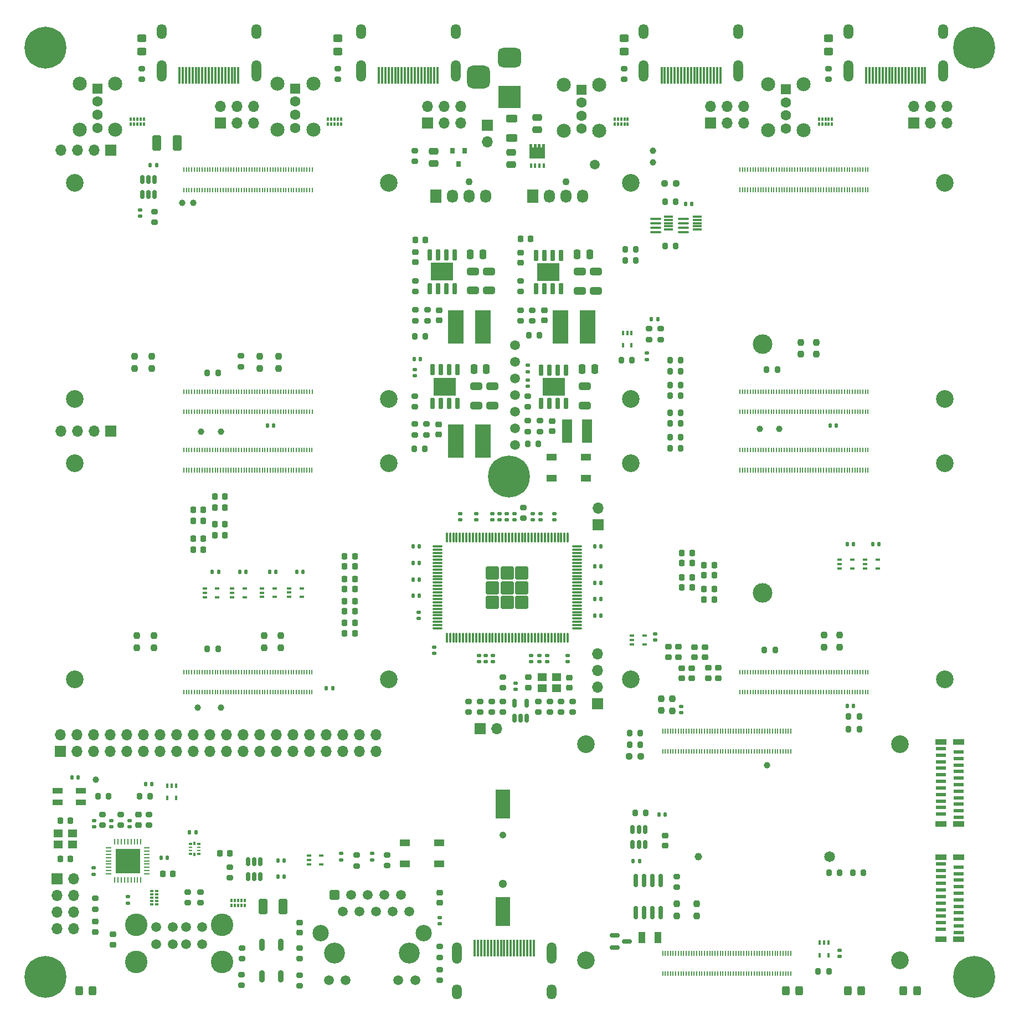
<source format=gts>
%TF.GenerationSoftware,KiCad,Pcbnew,7.0.2-6a45011f42~172~ubuntu22.04.1*%
%TF.CreationDate,2023-04-24T13:24:37-07:00*%
%TF.ProjectId,Hepta-Pi_1.1,48657074-612d-4506-995f-312e312e6b69,2.1*%
%TF.SameCoordinates,PX37cf1c0PY1ad88f0*%
%TF.FileFunction,Soldermask,Top*%
%TF.FilePolarity,Negative*%
%FSLAX46Y46*%
G04 Gerber Fmt 4.6, Leading zero omitted, Abs format (unit mm)*
G04 Created by KiCad (PCBNEW 7.0.2-6a45011f42~172~ubuntu22.04.1) date 2023-04-24 13:24:37*
%MOMM*%
%LPD*%
G01*
G04 APERTURE LIST*
G04 Aperture macros list*
%AMRoundRect*
0 Rectangle with rounded corners*
0 $1 Rounding radius*
0 $2 $3 $4 $5 $6 $7 $8 $9 X,Y pos of 4 corners*
0 Add a 4 corners polygon primitive as box body*
4,1,4,$2,$3,$4,$5,$6,$7,$8,$9,$2,$3,0*
0 Add four circle primitives for the rounded corners*
1,1,$1+$1,$2,$3*
1,1,$1+$1,$4,$5*
1,1,$1+$1,$6,$7*
1,1,$1+$1,$8,$9*
0 Add four rect primitives between the rounded corners*
20,1,$1+$1,$2,$3,$4,$5,0*
20,1,$1+$1,$4,$5,$6,$7,0*
20,1,$1+$1,$6,$7,$8,$9,0*
20,1,$1+$1,$8,$9,$2,$3,0*%
%AMFreePoly0*
4,1,17,1.395000,0.765000,0.855000,0.765000,0.855000,0.535000,1.395000,0.535000,1.395000,0.115000,0.855000,0.115000,0.855000,-0.115000,1.395000,-0.115000,1.395000,-0.535000,0.855000,-0.535000,0.855000,-0.765000,1.395000,-0.765000,1.395000,-1.185000,-0.855000,-1.185000,-0.855000,1.185000,1.395000,1.185000,1.395000,0.765000,1.395000,0.765000,$1*%
G04 Aperture macros list end*
%ADD10RoundRect,0.225000X-0.225000X-0.250000X0.225000X-0.250000X0.225000X0.250000X-0.225000X0.250000X0*%
%ADD11RoundRect,0.140000X-0.170000X0.140000X-0.170000X-0.140000X0.170000X-0.140000X0.170000X0.140000X0*%
%ADD12RoundRect,0.225000X0.225000X0.250000X-0.225000X0.250000X-0.225000X-0.250000X0.225000X-0.250000X0*%
%ADD13R,1.700000X1.700000*%
%ADD14O,1.700000X1.700000*%
%ADD15RoundRect,0.237500X-0.237500X0.250000X-0.237500X-0.250000X0.237500X-0.250000X0.237500X0.250000X0*%
%ADD16RoundRect,0.140000X0.170000X-0.140000X0.170000X0.140000X-0.170000X0.140000X-0.170000X-0.140000X0*%
%ADD17RoundRect,0.200000X-0.200000X-0.275000X0.200000X-0.275000X0.200000X0.275000X-0.200000X0.275000X0*%
%ADD18C,1.100000*%
%ADD19R,1.730000X2.030000*%
%ADD20O,1.730000X2.030000*%
%ADD21RoundRect,0.140000X-0.140000X-0.170000X0.140000X-0.170000X0.140000X0.170000X-0.140000X0.170000X0*%
%ADD22RoundRect,0.200000X0.275000X-0.200000X0.275000X0.200000X-0.275000X0.200000X-0.275000X-0.200000X0*%
%ADD23RoundRect,0.250000X-0.325000X-0.450000X0.325000X-0.450000X0.325000X0.450000X-0.325000X0.450000X0*%
%ADD24RoundRect,0.140000X0.140000X0.170000X-0.140000X0.170000X-0.140000X-0.170000X0.140000X-0.170000X0*%
%ADD25R,0.650000X0.400000*%
%ADD26RoundRect,0.150000X0.150000X-0.512500X0.150000X0.512500X-0.150000X0.512500X-0.150000X-0.512500X0*%
%ADD27R,1.524000X0.609600*%
%ADD28R,1.803400X0.812800*%
%ADD29R,0.200000X0.700000*%
%ADD30RoundRect,0.250000X-0.250000X-0.475000X0.250000X-0.475000X0.250000X0.475000X-0.250000X0.475000X0*%
%ADD31RoundRect,0.200000X0.200000X0.275000X-0.200000X0.275000X-0.200000X-0.275000X0.200000X-0.275000X0*%
%ADD32RoundRect,0.225000X-0.250000X0.225000X-0.250000X-0.225000X0.250000X-0.225000X0.250000X0.225000X0*%
%ADD33RoundRect,0.200000X-0.275000X0.200000X-0.275000X-0.200000X0.275000X-0.200000X0.275000X0.200000X0*%
%ADD34C,1.500000*%
%ADD35R,0.300000X2.600000*%
%ADD36O,1.500000X3.300000*%
%ADD37O,1.500000X2.300000*%
%ADD38R,1.500000X3.600000*%
%ADD39RoundRect,0.250000X0.450000X-0.325000X0.450000X0.325000X-0.450000X0.325000X-0.450000X-0.325000X0*%
%ADD40C,1.050000*%
%ADD41C,1.300000*%
%ADD42R,2.300000X4.500000*%
%ADD43RoundRect,0.237500X0.237500X-0.250000X0.237500X0.250000X-0.237500X0.250000X-0.237500X-0.250000X0*%
%ADD44R,3.500000X3.500000*%
%ADD45RoundRect,0.750000X-1.000000X0.750000X-1.000000X-0.750000X1.000000X-0.750000X1.000000X0.750000X0*%
%ADD46RoundRect,0.875000X-0.875000X0.875000X-0.875000X-0.875000X0.875000X-0.875000X0.875000X0.875000X0*%
%ADD47R,2.350000X5.100000*%
%ADD48RoundRect,0.250000X0.650000X-0.325000X0.650000X0.325000X-0.650000X0.325000X-0.650000X-0.325000X0*%
%ADD49RoundRect,0.225000X0.250000X-0.225000X0.250000X0.225000X-0.250000X0.225000X-0.250000X-0.225000X0*%
%ADD50R,0.300000X0.550000*%
%ADD51R,0.400000X0.550000*%
%ADD52C,1.000000*%
%ADD53R,0.575000X0.300000*%
%ADD54R,0.575000X0.250000*%
%ADD55R,0.350000X0.630000*%
%ADD56RoundRect,0.450000X0.000000X-0.500000X0.000000X-0.500000X0.000000X0.500000X0.000000X0.500000X0*%
%ADD57R,1.600000X1.600000*%
%ADD58C,1.600000*%
%ADD59C,2.150000*%
%ADD60R,3.400000X2.710000*%
%ADD61RoundRect,0.150000X-0.150000X0.737500X-0.150000X-0.737500X0.150000X-0.737500X0.150000X0.737500X0*%
%ADD62RoundRect,0.250000X0.475000X-0.250000X0.475000X0.250000X-0.475000X0.250000X-0.475000X-0.250000X0*%
%ADD63R,0.400000X0.650000*%
%ADD64RoundRect,0.100000X0.712500X0.100000X-0.712500X0.100000X-0.712500X-0.100000X0.712500X-0.100000X0*%
%ADD65C,3.450000*%
%ADD66C,3.200000*%
%ADD67RoundRect,0.250500X-0.499500X-0.499500X0.499500X-0.499500X0.499500X0.499500X-0.499500X0.499500X0*%
%ADD68C,2.500000*%
%ADD69RoundRect,0.237500X0.250000X0.237500X-0.250000X0.237500X-0.250000X-0.237500X0.250000X-0.237500X0*%
%ADD70RoundRect,0.250000X-0.412500X-0.925000X0.412500X-0.925000X0.412500X0.925000X-0.412500X0.925000X0*%
%ADD71C,3.600000*%
%ADD72C,6.400000*%
%ADD73R,0.420000X0.700000*%
%ADD74FreePoly0,90.000000*%
%ADD75C,2.700000*%
%ADD76R,1.549400X0.990600*%
%ADD77RoundRect,0.150000X0.150000X-0.825000X0.150000X0.825000X-0.150000X0.825000X-0.150000X-0.825000X0*%
%ADD78RoundRect,0.062500X0.062500X-0.350000X0.062500X0.350000X-0.062500X0.350000X-0.062500X-0.350000X0*%
%ADD79RoundRect,0.062500X0.350000X-0.062500X0.350000X0.062500X-0.350000X0.062500X-0.350000X-0.062500X0*%
%ADD80R,3.700000X3.700000*%
%ADD81C,3.000000*%
%ADD82RoundRect,0.250000X-0.475000X0.250000X-0.475000X-0.250000X0.475000X-0.250000X0.475000X0.250000X0*%
%ADD83RoundRect,0.150000X-0.587500X-0.150000X0.587500X-0.150000X0.587500X0.150000X-0.587500X0.150000X0*%
%ADD84R,1.400000X1.200000*%
%ADD85R,1.400000X0.300000*%
%ADD86R,0.550000X0.300000*%
%ADD87R,0.550000X0.400000*%
%ADD88RoundRect,0.075000X-0.075000X0.675000X-0.075000X-0.675000X0.075000X-0.675000X0.075000X0.675000X0*%
%ADD89RoundRect,0.075000X-0.675000X0.075000X-0.675000X-0.075000X0.675000X-0.075000X0.675000X0.075000X0*%
%ADD90RoundRect,0.252951X-0.747049X-0.747049X0.747049X-0.747049X0.747049X0.747049X-0.747049X0.747049X0*%
%ADD91R,1.000000X1.800000*%
%ADD92RoundRect,0.250000X-0.625000X0.312500X-0.625000X-0.312500X0.625000X-0.312500X0.625000X0.312500X0*%
%ADD93R,0.800000X0.900000*%
%ADD94R,1.600000X0.850000*%
%ADD95RoundRect,0.150000X-0.150000X0.512500X-0.150000X-0.512500X0.150000X-0.512500X0.150000X0.512500X0*%
%ADD96C,1.150000*%
%ADD97C,1.650000*%
G04 APERTURE END LIST*
D10*
%TO.C,C37*%
X26630000Y-74600000D03*
X28180000Y-74600000D03*
%TD*%
D11*
%TO.C,C121*%
X49290000Y-127070000D03*
X49290000Y-128030000D03*
%TD*%
D12*
%TO.C,C58*%
X51335000Y-83202858D03*
X49785000Y-83202858D03*
%TD*%
D13*
%TO.C,J27*%
X14020000Y-19600000D03*
D14*
X11480000Y-19600000D03*
X8940000Y-19600000D03*
X6400000Y-19600000D03*
%TD*%
D15*
%TO.C,R23*%
X119500000Y-48977500D03*
X119500000Y-50802500D03*
%TD*%
D16*
%TO.C,C101*%
X75920000Y-101980000D03*
X75920000Y-101020000D03*
%TD*%
D17*
%TO.C,R74*%
X18430000Y-118350000D03*
X20080000Y-118350000D03*
%TD*%
D18*
%TO.C,J15*%
X68847500Y-24465000D03*
D19*
X63767500Y-26625000D03*
D20*
X66307500Y-26625000D03*
X68847500Y-26625000D03*
X71387500Y-26625000D03*
%TD*%
D21*
%TO.C,C106*%
X126630000Y-104500000D03*
X127590000Y-104500000D03*
%TD*%
D22*
%TO.C,R17*%
X76680000Y-45690000D03*
X76680000Y-44040000D03*
%TD*%
D23*
%TO.C,D8*%
X9225000Y-148060000D03*
X11275000Y-148060000D03*
%TD*%
D11*
%TO.C,C85*%
X63490000Y-95560000D03*
X63490000Y-96520000D03*
%TD*%
D24*
%TO.C,C108*%
X20305000Y-116510000D03*
X19345000Y-116510000D03*
%TD*%
D25*
%TO.C,U15*%
X28390000Y-86610000D03*
X28390000Y-87260000D03*
X28390000Y-87910000D03*
X30290000Y-87910000D03*
X30290000Y-86610000D03*
%TD*%
D26*
%TO.C,U21*%
X75745000Y-106357500D03*
X76695000Y-106357500D03*
X77645000Y-106357500D03*
X77645000Y-104082500D03*
X75745000Y-104082500D03*
%TD*%
D15*
%TO.C,R59*%
X99880000Y-103427500D03*
X99880000Y-105252500D03*
%TD*%
D27*
%TO.C,J23*%
X143612500Y-139150000D03*
X140920100Y-138650001D03*
X143612500Y-138149999D03*
X140920100Y-137650000D03*
X143612500Y-137150001D03*
X140920100Y-136650000D03*
X143612500Y-136150001D03*
X140920100Y-135649999D03*
X143612500Y-135150000D03*
X140920100Y-134650001D03*
X143612500Y-134150000D03*
X140920100Y-133650000D03*
X143612500Y-133149999D03*
X140920100Y-132650000D03*
X143612500Y-132150001D03*
X140920100Y-131649999D03*
X143612500Y-131150000D03*
X140920100Y-130649999D03*
X143612500Y-130150000D03*
X140920100Y-129650001D03*
X143612500Y-129149999D03*
X140920100Y-128650000D03*
D28*
X140920100Y-127651600D03*
X140920100Y-140148400D03*
X143612500Y-127651600D03*
X143612500Y-140148400D03*
%TD*%
D29*
%TO.C,ZZ1*%
X25206000Y-25665000D03*
X25206000Y-22585000D03*
X25606000Y-25665000D03*
X25606000Y-22585000D03*
X26006000Y-25665000D03*
X26006000Y-22585000D03*
X26406000Y-25665000D03*
X26406000Y-22585000D03*
X26806000Y-25665000D03*
X26806000Y-22585000D03*
X27206000Y-25665000D03*
X27206000Y-22585000D03*
X27606000Y-25665000D03*
X27606000Y-22585000D03*
X28006000Y-25665000D03*
X28006000Y-22585000D03*
X28406000Y-25665000D03*
X28406000Y-22585000D03*
X28806000Y-25665000D03*
X28806000Y-22585000D03*
X29206000Y-25665000D03*
X29206000Y-22585000D03*
X29606000Y-25665000D03*
X29606000Y-22585000D03*
X30006000Y-25665000D03*
X30006000Y-22585000D03*
X30406000Y-25665000D03*
X30406000Y-22585000D03*
X30806000Y-25665000D03*
X30806000Y-22585000D03*
X31206000Y-25665000D03*
X31206000Y-22585000D03*
X31606000Y-25665000D03*
X31606000Y-22585000D03*
X32006000Y-25665000D03*
X32006000Y-22585000D03*
X32406000Y-25665000D03*
X32406000Y-22585000D03*
X32806000Y-25665000D03*
X32806000Y-22585000D03*
X33206000Y-25665000D03*
X33206000Y-22585000D03*
X33606000Y-25665000D03*
X33606000Y-22585000D03*
X34006000Y-25665000D03*
X34006000Y-22585000D03*
X34406000Y-25665000D03*
X34406000Y-22585000D03*
X34806000Y-25665000D03*
X34806000Y-22585000D03*
X35206000Y-25665000D03*
X35206000Y-22585000D03*
X35606000Y-25665000D03*
X35606000Y-22585000D03*
X36006000Y-25665000D03*
X36006000Y-22585000D03*
X36406000Y-25665000D03*
X36406000Y-22585000D03*
X36806000Y-25665000D03*
X36806000Y-22585000D03*
X37206000Y-25665000D03*
X37206000Y-22585000D03*
X37606000Y-25665000D03*
X37606000Y-22585000D03*
X38006000Y-25665000D03*
X38006000Y-22585000D03*
X38406000Y-25665000D03*
X38406000Y-22585000D03*
X38806000Y-25665000D03*
X38806000Y-22585000D03*
X39206000Y-25665000D03*
X39206000Y-22585000D03*
X39606000Y-25665000D03*
X39606000Y-22585000D03*
X40006000Y-25665000D03*
X40006000Y-22585000D03*
X40406000Y-25665000D03*
X40406000Y-22585000D03*
X40806000Y-25665000D03*
X40806000Y-22585000D03*
X41206000Y-25665000D03*
X41206000Y-22585000D03*
X41606000Y-25665000D03*
X41606000Y-22585000D03*
X42006000Y-25665000D03*
X42006000Y-22585000D03*
X42406000Y-25665000D03*
X42406000Y-22585000D03*
X42806000Y-25665000D03*
X42806000Y-22585000D03*
X43206000Y-25665000D03*
X43206000Y-22585000D03*
X43606000Y-25665000D03*
X43606000Y-22585000D03*
X44006000Y-25665000D03*
X44006000Y-22585000D03*
X44406000Y-25665000D03*
X44406000Y-22585000D03*
X44806000Y-25665000D03*
X44806000Y-22585000D03*
%TD*%
D30*
%TO.C,C13*%
X85340000Y-35520000D03*
X87240000Y-35520000D03*
%TD*%
D15*
%TO.C,R54*%
X123100000Y-93706500D03*
X123100000Y-95531500D03*
%TD*%
D22*
%TO.C,R86*%
X27770000Y-134600000D03*
X27770000Y-132950000D03*
%TD*%
D11*
%TO.C,C90*%
X70330000Y-96820000D03*
X70330000Y-97780000D03*
%TD*%
D31*
%TO.C,R46*%
X62075000Y-65270000D03*
X60425000Y-65270000D03*
%TD*%
D30*
%TO.C,C23*%
X69530000Y-53020000D03*
X71430000Y-53020000D03*
%TD*%
D31*
%TO.C,R47*%
X79425000Y-64470000D03*
X77775000Y-64470000D03*
%TD*%
D16*
%TO.C,C114*%
X16909591Y-122980000D03*
X16909591Y-122020000D03*
%TD*%
D21*
%TO.C,C76*%
X88020000Y-88200000D03*
X88980000Y-88200000D03*
%TD*%
D32*
%TO.C,C100*%
X106948262Y-98725000D03*
X106948262Y-100275000D03*
%TD*%
D25*
%TO.C,U26*%
X44310000Y-127410000D03*
X44310000Y-128060000D03*
X44310000Y-128710000D03*
X46210000Y-128710000D03*
X46210000Y-127410000D03*
%TD*%
D18*
%TO.C,J16*%
X83660000Y-24465000D03*
D19*
X78580000Y-26625000D03*
D20*
X81120000Y-26625000D03*
X83660000Y-26625000D03*
X86200000Y-26625000D03*
%TD*%
D10*
%TO.C,C49*%
X26605000Y-78985000D03*
X28155000Y-78985000D03*
%TD*%
D33*
%TO.C,R96*%
X42867500Y-145655000D03*
X42867500Y-147305000D03*
%TD*%
D25*
%TO.C,U20*%
X93710000Y-93800000D03*
X93710000Y-94450000D03*
X93710000Y-95100000D03*
X95610000Y-95100000D03*
X95610000Y-93800000D03*
%TD*%
D32*
%TO.C,C103*%
X84120000Y-100175000D03*
X84120000Y-101725000D03*
%TD*%
D29*
%TO.C,ZZ3*%
X25206000Y-59615000D03*
X25206000Y-56535000D03*
X25606000Y-59615000D03*
X25606000Y-56535000D03*
X26006000Y-59615000D03*
X26006000Y-56535000D03*
X26406000Y-59615000D03*
X26406000Y-56535000D03*
X26806000Y-59615000D03*
X26806000Y-56535000D03*
X27206000Y-59615000D03*
X27206000Y-56535000D03*
X27606000Y-59615000D03*
X27606000Y-56535000D03*
X28006000Y-59615000D03*
X28006000Y-56535000D03*
X28406000Y-59615000D03*
X28406000Y-56535000D03*
X28806000Y-59615000D03*
X28806000Y-56535000D03*
X29206000Y-59615000D03*
X29206000Y-56535000D03*
X29606000Y-59615000D03*
X29606000Y-56535000D03*
X30006000Y-59615000D03*
X30006000Y-56535000D03*
X30406000Y-59615000D03*
X30406000Y-56535000D03*
X30806000Y-59615000D03*
X30806000Y-56535000D03*
X31206000Y-59615000D03*
X31206000Y-56535000D03*
X31606000Y-59615000D03*
X31606000Y-56535000D03*
X32006000Y-59615000D03*
X32006000Y-56535000D03*
X32406000Y-59615000D03*
X32406000Y-56535000D03*
X32806000Y-59615000D03*
X32806000Y-56535000D03*
X33206000Y-59615000D03*
X33206000Y-56535000D03*
X33606000Y-59615000D03*
X33606000Y-56535000D03*
X34006000Y-59615000D03*
X34006000Y-56535000D03*
X34406000Y-59615000D03*
X34406000Y-56535000D03*
X34806000Y-59615000D03*
X34806000Y-56535000D03*
X35206000Y-59615000D03*
X35206000Y-56535000D03*
X35606000Y-59615000D03*
X35606000Y-56535000D03*
X36006000Y-59615000D03*
X36006000Y-56535000D03*
X36406000Y-59615000D03*
X36406000Y-56535000D03*
X36806000Y-59615000D03*
X36806000Y-56535000D03*
X37206000Y-59615000D03*
X37206000Y-56535000D03*
X37606000Y-59615000D03*
X37606000Y-56535000D03*
X38006000Y-59615000D03*
X38006000Y-56535000D03*
X38406000Y-59615000D03*
X38406000Y-56535000D03*
X38806000Y-59615000D03*
X38806000Y-56535000D03*
X39206000Y-59615000D03*
X39206000Y-56535000D03*
X39606000Y-59615000D03*
X39606000Y-56535000D03*
X40006000Y-59615000D03*
X40006000Y-56535000D03*
X40406000Y-59615000D03*
X40406000Y-56535000D03*
X40806000Y-59615000D03*
X40806000Y-56535000D03*
X41206000Y-59615000D03*
X41206000Y-56535000D03*
X41606000Y-59615000D03*
X41606000Y-56535000D03*
X42006000Y-59615000D03*
X42006000Y-56535000D03*
X42406000Y-59615000D03*
X42406000Y-56535000D03*
X42806000Y-59615000D03*
X42806000Y-56535000D03*
X43206000Y-59615000D03*
X43206000Y-56535000D03*
X43606000Y-59615000D03*
X43606000Y-56535000D03*
X44006000Y-59615000D03*
X44006000Y-56535000D03*
X44406000Y-59615000D03*
X44406000Y-56535000D03*
X44806000Y-59615000D03*
X44806000Y-56535000D03*
%TD*%
D11*
%TO.C,C92*%
X72430000Y-96820000D03*
X72430000Y-97780000D03*
%TD*%
D34*
%TO.C,TP2*%
X75820000Y-49410000D03*
%TD*%
D21*
%TO.C,C120*%
X39610000Y-128125000D03*
X40570000Y-128125000D03*
%TD*%
D13*
%TO.C,J13*%
X105705000Y-15475000D03*
D14*
X105705000Y-12935000D03*
X108245000Y-15475000D03*
X108245000Y-12935000D03*
X110785000Y-15475000D03*
X110785000Y-12935000D03*
%TD*%
D11*
%TO.C,C7*%
X18530000Y-28747500D03*
X18530000Y-29707500D03*
%TD*%
D35*
%TO.C,J4*%
X129530000Y-8219750D03*
X130030000Y-8219750D03*
X130530000Y-8219750D03*
X131030000Y-8219750D03*
X131530000Y-8219750D03*
X132030000Y-8219750D03*
X132530000Y-8219750D03*
X133030000Y-8219750D03*
X133530000Y-8219750D03*
X134030000Y-8219750D03*
X134530000Y-8219750D03*
X135030000Y-8219750D03*
X135530000Y-8219750D03*
X136030000Y-8219750D03*
X136530000Y-8219750D03*
X137030000Y-8219750D03*
X137530000Y-8219750D03*
X138030000Y-8219750D03*
X138530000Y-8219750D03*
D36*
X126780000Y-7489750D03*
X141280000Y-7489750D03*
D37*
X141280000Y-1529750D03*
X126780000Y-1529750D03*
%TD*%
D25*
%TO.C,U18*%
X41330000Y-86560000D03*
X41330000Y-87210000D03*
X41330000Y-87860000D03*
X43230000Y-87860000D03*
X43230000Y-86560000D03*
%TD*%
D38*
%TO.C,L3*%
X83795000Y-62570000D03*
X86845000Y-62570000D03*
%TD*%
D31*
%TO.C,R36*%
X101175000Y-57150000D03*
X99525000Y-57150000D03*
%TD*%
D39*
%TO.C,D2*%
X48750000Y-4565000D03*
X48750000Y-2515000D03*
%TD*%
D11*
%TO.C,C27*%
X77800000Y-54711250D03*
X77800000Y-55671250D03*
%TD*%
D21*
%TO.C,C52*%
X88030000Y-80150000D03*
X88990000Y-80150000D03*
%TD*%
D40*
%TO.C,BT1*%
X73990000Y-124245000D03*
D41*
X73990000Y-131695000D03*
D42*
X73990000Y-119545000D03*
X73990000Y-135945000D03*
%TD*%
D29*
%TO.C,ZZ10*%
X118005000Y-142345000D03*
X118005000Y-145425000D03*
X117605000Y-142345000D03*
X117605000Y-145425000D03*
X117205000Y-142345000D03*
X117205000Y-145425000D03*
X116805000Y-142345000D03*
X116805000Y-145425000D03*
X116405000Y-142345000D03*
X116405000Y-145425000D03*
X116005000Y-142345000D03*
X116005000Y-145425000D03*
X115605000Y-142345000D03*
X115605000Y-145425000D03*
X115205000Y-142345000D03*
X115205000Y-145425000D03*
X114805000Y-142345000D03*
X114805000Y-145425000D03*
X114405000Y-142345000D03*
X114405000Y-145425000D03*
X114005000Y-142345000D03*
X114005000Y-145425000D03*
X113605000Y-142345000D03*
X113605000Y-145425000D03*
X113205000Y-142345000D03*
X113205000Y-145425000D03*
X112805000Y-142345000D03*
X112805000Y-145425000D03*
X112405000Y-142345000D03*
X112405000Y-145425000D03*
X112005000Y-142345000D03*
X112005000Y-145425000D03*
X111605000Y-142345000D03*
X111605000Y-145425000D03*
X111205000Y-142345000D03*
X111205000Y-145425000D03*
X110805000Y-142345000D03*
X110805000Y-145425000D03*
X110405000Y-142345000D03*
X110405000Y-145425000D03*
X110005000Y-142345000D03*
X110005000Y-145425000D03*
X109605000Y-142345000D03*
X109605000Y-145425000D03*
X109205000Y-142345000D03*
X109205000Y-145425000D03*
X108805000Y-142345000D03*
X108805000Y-145425000D03*
X108405000Y-142345000D03*
X108405000Y-145425000D03*
X108005000Y-142345000D03*
X108005000Y-145425000D03*
X107605000Y-142345000D03*
X107605000Y-145425000D03*
X107205000Y-142345000D03*
X107205000Y-145425000D03*
X106805000Y-142345000D03*
X106805000Y-145425000D03*
X106405000Y-142345000D03*
X106405000Y-145425000D03*
X106005000Y-142345000D03*
X106005000Y-145425000D03*
X105605000Y-142345000D03*
X105605000Y-145425000D03*
X105205000Y-142345000D03*
X105205000Y-145425000D03*
X104805000Y-142345000D03*
X104805000Y-145425000D03*
X104405000Y-142345000D03*
X104405000Y-145425000D03*
X104005000Y-142345000D03*
X104005000Y-145425000D03*
X103605000Y-142345000D03*
X103605000Y-145425000D03*
X103205000Y-142345000D03*
X103205000Y-145425000D03*
X102805000Y-142345000D03*
X102805000Y-145425000D03*
X102405000Y-142345000D03*
X102405000Y-145425000D03*
X102005000Y-142345000D03*
X102005000Y-145425000D03*
X101605000Y-142345000D03*
X101605000Y-145425000D03*
X101205000Y-142345000D03*
X101205000Y-145425000D03*
X100805000Y-142345000D03*
X100805000Y-145425000D03*
X100405000Y-142345000D03*
X100405000Y-145425000D03*
X100005000Y-142345000D03*
X100005000Y-145425000D03*
X99605000Y-142345000D03*
X99605000Y-145425000D03*
X99205000Y-142345000D03*
X99205000Y-145425000D03*
X98805000Y-142345000D03*
X98805000Y-145425000D03*
X98405000Y-142345000D03*
X98405000Y-145425000D03*
%TD*%
D16*
%TO.C,C24*%
X77800000Y-53442500D03*
X77800000Y-52482500D03*
%TD*%
D43*
%TO.C,R89*%
X103570000Y-136582500D03*
X103570000Y-134757500D03*
%TD*%
D15*
%TO.C,R52*%
X37450000Y-93797500D03*
X37450000Y-95622500D03*
%TD*%
D12*
%TO.C,C73*%
X102905000Y-86383568D03*
X101355000Y-86383568D03*
%TD*%
D22*
%TO.C,R40*%
X60510000Y-63095000D03*
X60510000Y-61445000D03*
%TD*%
D13*
%TO.C,J22*%
X5805000Y-130950000D03*
D14*
X8345000Y-130950000D03*
X5805000Y-133490000D03*
X8345000Y-133490000D03*
X5805000Y-136030000D03*
X8345000Y-136030000D03*
X5805000Y-138570000D03*
X8345000Y-138570000D03*
%TD*%
D44*
%TO.C,J9*%
X74962500Y-11450000D03*
D45*
X74962500Y-5450000D03*
D46*
X70262500Y-8450000D03*
%TD*%
D24*
%TO.C,C34*%
X124960000Y-61660000D03*
X124000000Y-61660000D03*
%TD*%
D16*
%TO.C,C44*%
X75720000Y-76080000D03*
X75720000Y-75120000D03*
%TD*%
D17*
%TO.C,R93*%
X122185000Y-145120000D03*
X123835000Y-145120000D03*
%TD*%
D47*
%TO.C,L1*%
X66815000Y-46620000D03*
X70965000Y-46620000D03*
%TD*%
D48*
%TO.C,C14*%
X69390000Y-41065000D03*
X69390000Y-38115000D03*
%TD*%
D31*
%TO.C,R33*%
X30442500Y-53650000D03*
X28792500Y-53650000D03*
%TD*%
D11*
%TO.C,C127*%
X16620000Y-133695000D03*
X16620000Y-134655000D03*
%TD*%
D21*
%TO.C,C126*%
X39610000Y-130610000D03*
X40570000Y-130610000D03*
%TD*%
D15*
%TO.C,R26*%
X20310000Y-51117500D03*
X20310000Y-52942500D03*
%TD*%
D34*
%TO.C,TP3*%
X75820000Y-51950000D03*
%TD*%
D10*
%TO.C,C118*%
X6295000Y-127920000D03*
X7845000Y-127920000D03*
%TD*%
D49*
%TO.C,C129*%
X64350000Y-134575000D03*
X64350000Y-133025000D03*
%TD*%
D31*
%TO.C,R83*%
X129130000Y-130025000D03*
X127480000Y-130025000D03*
%TD*%
D50*
%TO.C,U1*%
X17082500Y-15610000D03*
X17582500Y-15610000D03*
D51*
X18082500Y-15610000D03*
D50*
X18582500Y-15610000D03*
X19082500Y-15610000D03*
X19082500Y-14840000D03*
X18582500Y-14840000D03*
D51*
X18082500Y-14840000D03*
D50*
X17582500Y-14840000D03*
X17082500Y-14840000D03*
%TD*%
D52*
%TO.C,REF\u002A\u002A2*%
X96950000Y-19726001D03*
%TD*%
D53*
%TO.C,U24*%
X26181232Y-125600000D03*
D54*
X26181232Y-126100000D03*
X26181232Y-126600000D03*
D53*
X26181232Y-127100000D03*
D55*
X26818732Y-127210000D03*
D53*
X27456232Y-127100000D03*
D54*
X27456232Y-126600000D03*
X27456232Y-126100000D03*
D53*
X27456232Y-125600000D03*
D55*
X26818732Y-125490000D03*
%TD*%
D23*
%TO.C,D10*%
X126730000Y-148075000D03*
X128780000Y-148075000D03*
%TD*%
D22*
%TO.C,R90*%
X34080000Y-143155000D03*
X34080000Y-141505000D03*
%TD*%
D10*
%TO.C,C125*%
X21995000Y-130200000D03*
X23545000Y-130200000D03*
%TD*%
D22*
%TO.C,R37*%
X60490000Y-58825000D03*
X60490000Y-57175000D03*
%TD*%
D12*
%TO.C,C62*%
X106279999Y-83006432D03*
X104729999Y-83006432D03*
%TD*%
D31*
%TO.C,R34*%
X101175000Y-53400000D03*
X99525000Y-53400000D03*
%TD*%
D15*
%TO.C,R29*%
X39710000Y-51117500D03*
X39710000Y-52942500D03*
%TD*%
D29*
%TO.C,ZZ2*%
X110205000Y-25660000D03*
X110205000Y-22580000D03*
X110605000Y-25660000D03*
X110605000Y-22580000D03*
X111005000Y-25660000D03*
X111005000Y-22580000D03*
X111405000Y-25660000D03*
X111405000Y-22580000D03*
X111805000Y-25660000D03*
X111805000Y-22580000D03*
X112205000Y-25660000D03*
X112205000Y-22580000D03*
X112605000Y-25660000D03*
X112605000Y-22580000D03*
X113005000Y-25660000D03*
X113005000Y-22580000D03*
X113405000Y-25660000D03*
X113405000Y-22580000D03*
X113805000Y-25660000D03*
X113805000Y-22580000D03*
X114205000Y-25660000D03*
X114205000Y-22580000D03*
X114605000Y-25660000D03*
X114605000Y-22580000D03*
X115005000Y-25660000D03*
X115005000Y-22580000D03*
X115405000Y-25660000D03*
X115405000Y-22580000D03*
X115805000Y-25660000D03*
X115805000Y-22580000D03*
X116205000Y-25660000D03*
X116205000Y-22580000D03*
X116605000Y-25660000D03*
X116605000Y-22580000D03*
X117005000Y-25660000D03*
X117005000Y-22580000D03*
X117405000Y-25660000D03*
X117405000Y-22580000D03*
X117805000Y-25660000D03*
X117805000Y-22580000D03*
X118205000Y-25660000D03*
X118205000Y-22580000D03*
X118605000Y-25660000D03*
X118605000Y-22580000D03*
X119005000Y-25660000D03*
X119005000Y-22580000D03*
X119405000Y-25660000D03*
X119405000Y-22580000D03*
X119805000Y-25660000D03*
X119805000Y-22580000D03*
X120205000Y-25660000D03*
X120205000Y-22580000D03*
X120605000Y-25660000D03*
X120605000Y-22580000D03*
X121005000Y-25660000D03*
X121005000Y-22580000D03*
X121405000Y-25660000D03*
X121405000Y-22580000D03*
X121805000Y-25660000D03*
X121805000Y-22580000D03*
X122205000Y-25660000D03*
X122205000Y-22580000D03*
X122605000Y-25660000D03*
X122605000Y-22580000D03*
X123005000Y-25660000D03*
X123005000Y-22580000D03*
X123405000Y-25660000D03*
X123405000Y-22580000D03*
X123805000Y-25660000D03*
X123805000Y-22580000D03*
X124205000Y-25660000D03*
X124205000Y-22580000D03*
X124605000Y-25660000D03*
X124605000Y-22580000D03*
X125005000Y-25660000D03*
X125005000Y-22580000D03*
X125405000Y-25660000D03*
X125405000Y-22580000D03*
X125805000Y-25660000D03*
X125805000Y-22580000D03*
X126205000Y-25660000D03*
X126205000Y-22580000D03*
X126605000Y-25660000D03*
X126605000Y-22580000D03*
X127005000Y-25660000D03*
X127005000Y-22580000D03*
X127405000Y-25660000D03*
X127405000Y-22580000D03*
X127805000Y-25660000D03*
X127805000Y-22580000D03*
X128205000Y-25660000D03*
X128205000Y-22580000D03*
X128605000Y-25660000D03*
X128605000Y-22580000D03*
X129005000Y-25660000D03*
X129005000Y-22580000D03*
X129405000Y-25660000D03*
X129405000Y-22580000D03*
X129805000Y-25660000D03*
X129805000Y-22580000D03*
%TD*%
D56*
%TO.C,J26*%
X37180000Y-141015000D03*
X40040000Y-141015000D03*
X37180000Y-145815000D03*
X40040000Y-145815000D03*
%TD*%
D33*
%TO.C,R43*%
X79670000Y-60945000D03*
X79670000Y-62595000D03*
%TD*%
D57*
%TO.C,J7*%
X85980000Y-10345000D03*
D58*
X85980000Y-12345000D03*
X85980000Y-14345000D03*
X85980000Y-16345000D03*
D59*
X88700000Y-9615000D03*
X83260000Y-9615000D03*
X88700000Y-16615000D03*
X83260000Y-16615000D03*
%TD*%
D29*
%TO.C,ZZ9*%
X118005000Y-108375000D03*
X118005000Y-111455000D03*
X117605000Y-108375000D03*
X117605000Y-111455000D03*
X117205000Y-108375000D03*
X117205000Y-111455000D03*
X116805000Y-108375000D03*
X116805000Y-111455000D03*
X116405000Y-108375000D03*
X116405000Y-111455000D03*
X116005000Y-108375000D03*
X116005000Y-111455000D03*
X115605000Y-108375000D03*
X115605000Y-111455000D03*
X115205000Y-108375000D03*
X115205000Y-111455000D03*
X114805000Y-108375000D03*
X114805000Y-111455000D03*
X114405000Y-108375000D03*
X114405000Y-111455000D03*
X114005000Y-108375000D03*
X114005000Y-111455000D03*
X113605000Y-108375000D03*
X113605000Y-111455000D03*
X113205000Y-108375000D03*
X113205000Y-111455000D03*
X112805000Y-108375000D03*
X112805000Y-111455000D03*
X112405000Y-108375000D03*
X112405000Y-111455000D03*
X112005000Y-108375000D03*
X112005000Y-111455000D03*
X111605000Y-108375000D03*
X111605000Y-111455000D03*
X111205000Y-108375000D03*
X111205000Y-111455000D03*
X110805000Y-108375000D03*
X110805000Y-111455000D03*
X110405000Y-108375000D03*
X110405000Y-111455000D03*
X110005000Y-108375000D03*
X110005000Y-111455000D03*
X109605000Y-108375000D03*
X109605000Y-111455000D03*
X109205000Y-108375000D03*
X109205000Y-111455000D03*
X108805000Y-108375000D03*
X108805000Y-111455000D03*
X108405000Y-108375000D03*
X108405000Y-111455000D03*
X108005000Y-108375000D03*
X108005000Y-111455000D03*
X107605000Y-108375000D03*
X107605000Y-111455000D03*
X107205000Y-108375000D03*
X107205000Y-111455000D03*
X106805000Y-108375000D03*
X106805000Y-111455000D03*
X106405000Y-108375000D03*
X106405000Y-111455000D03*
X106005000Y-108375000D03*
X106005000Y-111455000D03*
X105605000Y-108375000D03*
X105605000Y-111455000D03*
X105205000Y-108375000D03*
X105205000Y-111455000D03*
X104805000Y-108375000D03*
X104805000Y-111455000D03*
X104405000Y-108375000D03*
X104405000Y-111455000D03*
X104005000Y-108375000D03*
X104005000Y-111455000D03*
X103605000Y-108375000D03*
X103605000Y-111455000D03*
X103205000Y-108375000D03*
X103205000Y-111455000D03*
X102805000Y-108375000D03*
X102805000Y-111455000D03*
X102405000Y-108375000D03*
X102405000Y-111455000D03*
X102005000Y-108375000D03*
X102005000Y-111455000D03*
X101605000Y-108375000D03*
X101605000Y-111455000D03*
X101205000Y-108375000D03*
X101205000Y-111455000D03*
X100805000Y-108375000D03*
X100805000Y-111455000D03*
X100405000Y-108375000D03*
X100405000Y-111455000D03*
X100005000Y-108375000D03*
X100005000Y-111455000D03*
X99605000Y-108375000D03*
X99605000Y-111455000D03*
X99205000Y-108375000D03*
X99205000Y-111455000D03*
X98805000Y-108375000D03*
X98805000Y-111455000D03*
X98405000Y-108375000D03*
X98405000Y-111455000D03*
%TD*%
D33*
%TO.C,R22*%
X98060000Y-46905000D03*
X98060000Y-48555000D03*
%TD*%
D12*
%TO.C,C69*%
X102905000Y-84850000D03*
X101355000Y-84850000D03*
%TD*%
D13*
%TO.C,J19*%
X70460000Y-108040000D03*
D14*
X73000000Y-108040000D03*
%TD*%
D60*
%TO.C,U9*%
X80940000Y-38240000D03*
D61*
X82845000Y-35677500D03*
X81575000Y-35677500D03*
X80305000Y-35677500D03*
X79035000Y-35677500D03*
X79035000Y-40802500D03*
X80305000Y-40802500D03*
X81575000Y-40802500D03*
X82845000Y-40802500D03*
%TD*%
D13*
%TO.C,J17*%
X88520000Y-76840000D03*
D14*
X88520000Y-74300000D03*
%TD*%
D16*
%TO.C,C130*%
X64330000Y-137830000D03*
X64330000Y-136870000D03*
%TD*%
D24*
%TO.C,C68*%
X61200000Y-85220000D03*
X60240000Y-85220000D03*
%TD*%
D47*
%TO.C,L2*%
X82755000Y-46640000D03*
X86905000Y-46640000D03*
%TD*%
D22*
%TO.C,R42*%
X77810000Y-62595000D03*
X77810000Y-60945000D03*
%TD*%
D62*
%TO.C,C4*%
X75240000Y-21820000D03*
X75240000Y-19920000D03*
%TD*%
D63*
%TO.C,U22*%
X23990000Y-116700000D03*
X23340000Y-116700000D03*
X22690000Y-116700000D03*
X22690000Y-118600000D03*
X23990000Y-118600000D03*
%TD*%
D12*
%TO.C,C82*%
X51345000Y-91860000D03*
X49795000Y-91860000D03*
%TD*%
D33*
%TO.C,R137*%
X73960000Y-100105000D03*
X73960000Y-101755000D03*
%TD*%
D32*
%TO.C,C88*%
X103306375Y-95519631D03*
X103306375Y-97069631D03*
%TD*%
D64*
%TO.C,U6*%
X101542500Y-32100000D03*
X101542500Y-31450000D03*
X101542500Y-30800000D03*
X101542500Y-30150000D03*
X97317500Y-30150000D03*
X97317500Y-30800000D03*
X97317500Y-31450000D03*
X97317500Y-32100000D03*
%TD*%
D33*
%TO.C,R18*%
X78481666Y-44040000D03*
X78481666Y-45690000D03*
%TD*%
D52*
%TO.C,REF\u002A\u002A4*%
X24943000Y-27640000D03*
%TD*%
D12*
%TO.C,C74*%
X106279999Y-86700000D03*
X104729999Y-86700000D03*
%TD*%
D10*
%TO.C,C48*%
X29935000Y-76790000D03*
X31485000Y-76790000D03*
%TD*%
D21*
%TO.C,C22*%
X60390000Y-51560000D03*
X61350000Y-51560000D03*
%TD*%
D34*
%TO.C,J25*%
X21005000Y-138310000D03*
X23505000Y-138310000D03*
X25505000Y-138310000D03*
X28005000Y-138310000D03*
X21005000Y-140930000D03*
X23505000Y-140930000D03*
X25505000Y-140930000D03*
X28005000Y-140930000D03*
D65*
X17935000Y-143640000D03*
X31075000Y-143640000D03*
X17935000Y-137960000D03*
X31075000Y-137960000D03*
%TD*%
D33*
%TO.C,R62*%
X72242500Y-103825000D03*
X72242500Y-105475000D03*
%TD*%
D13*
%TO.C,J12*%
X71600000Y-15800000D03*
D14*
X71600000Y-18340000D03*
%TD*%
D33*
%TO.C,R6*%
X60510000Y-19674600D03*
X60510000Y-21324600D03*
%TD*%
D66*
%TO.C,U32*%
X48275000Y-142260000D03*
X59705000Y-142260000D03*
D67*
X48275000Y-133370000D03*
D34*
X49545000Y-135910000D03*
X50815000Y-133370000D03*
X52085000Y-135910000D03*
X53355000Y-133370000D03*
X54625000Y-135910000D03*
X55895000Y-133370000D03*
X57165000Y-135910000D03*
X58435000Y-133370000D03*
X59705000Y-135910000D03*
X47355000Y-146450000D03*
X49930000Y-146450000D03*
X58005000Y-146450000D03*
X60555000Y-146450000D03*
D68*
X46115000Y-139210000D03*
X61865000Y-139210000D03*
%TD*%
D69*
%TO.C,R7*%
X100482500Y-24725000D03*
X98657500Y-24725000D03*
%TD*%
D24*
%TO.C,C59*%
X61200000Y-82690000D03*
X60240000Y-82690000D03*
%TD*%
D13*
%TO.C,J28*%
X14030000Y-62510000D03*
D14*
X11490000Y-62510000D03*
X8950000Y-62510000D03*
X6410000Y-62510000D03*
%TD*%
D30*
%TO.C,C25*%
X86120000Y-53050000D03*
X88020000Y-53050000D03*
%TD*%
D33*
%TO.C,R61*%
X70501250Y-103825000D03*
X70501250Y-105475000D03*
%TD*%
D23*
%TO.C,D9*%
X117255000Y-148075000D03*
X119305000Y-148075000D03*
%TD*%
D70*
%TO.C,C128*%
X37280000Y-135140000D03*
X40355000Y-135140000D03*
%TD*%
D22*
%TO.C,R76*%
X12770000Y-122755000D03*
X12770000Y-121105000D03*
%TD*%
D25*
%TO.C,U17*%
X37170000Y-86590000D03*
X37170000Y-87240000D03*
X37170000Y-87890000D03*
X39070000Y-87890000D03*
X39070000Y-86590000D03*
%TD*%
D71*
%TO.C,H6*%
X4005000Y-145950000D03*
D72*
X4005000Y-145950000D03*
%TD*%
D15*
%TO.C,R50*%
X18030000Y-93777500D03*
X18030000Y-95602500D03*
%TD*%
D33*
%TO.C,R65*%
X81147500Y-103825000D03*
X81147500Y-105475000D03*
%TD*%
D31*
%TO.C,R82*%
X125480000Y-130025000D03*
X123830000Y-130025000D03*
%TD*%
D32*
%TO.C,C97*%
X101280000Y-98750000D03*
X101280000Y-100300000D03*
%TD*%
D73*
%TO.C,Q1*%
X78255000Y-22000000D03*
X78905000Y-22000000D03*
X79555000Y-22000000D03*
X80205000Y-22000000D03*
D74*
X79230000Y-20045000D03*
%TD*%
D21*
%TO.C,C65*%
X38320000Y-84050000D03*
X39280000Y-84050000D03*
%TD*%
D31*
%TO.C,R31*%
X101175000Y-51740000D03*
X99525000Y-51740000D03*
%TD*%
D29*
%TO.C,ZZ4*%
X110205000Y-59610000D03*
X110205000Y-56530000D03*
X110605000Y-59610000D03*
X110605000Y-56530000D03*
X111005000Y-59610000D03*
X111005000Y-56530000D03*
X111405000Y-59610000D03*
X111405000Y-56530000D03*
X111805000Y-59610000D03*
X111805000Y-56530000D03*
X112205000Y-59610000D03*
X112205000Y-56530000D03*
X112605000Y-59610000D03*
X112605000Y-56530000D03*
X113005000Y-59610000D03*
X113005000Y-56530000D03*
X113405000Y-59610000D03*
X113405000Y-56530000D03*
X113805000Y-59610000D03*
X113805000Y-56530000D03*
X114205000Y-59610000D03*
X114205000Y-56530000D03*
X114605000Y-59610000D03*
X114605000Y-56530000D03*
X115005000Y-59610000D03*
X115005000Y-56530000D03*
X115405000Y-59610000D03*
X115405000Y-56530000D03*
X115805000Y-59610000D03*
X115805000Y-56530000D03*
X116205000Y-59610000D03*
X116205000Y-56530000D03*
X116605000Y-59610000D03*
X116605000Y-56530000D03*
X117005000Y-59610000D03*
X117005000Y-56530000D03*
X117405000Y-59610000D03*
X117405000Y-56530000D03*
X117805000Y-59610000D03*
X117805000Y-56530000D03*
X118205000Y-59610000D03*
X118205000Y-56530000D03*
X118605000Y-59610000D03*
X118605000Y-56530000D03*
X119005000Y-59610000D03*
X119005000Y-56530000D03*
X119405000Y-59610000D03*
X119405000Y-56530000D03*
X119805000Y-59610000D03*
X119805000Y-56530000D03*
X120205000Y-59610000D03*
X120205000Y-56530000D03*
X120605000Y-59610000D03*
X120605000Y-56530000D03*
X121005000Y-59610000D03*
X121005000Y-56530000D03*
X121405000Y-59610000D03*
X121405000Y-56530000D03*
X121805000Y-59610000D03*
X121805000Y-56530000D03*
X122205000Y-59610000D03*
X122205000Y-56530000D03*
X122605000Y-59610000D03*
X122605000Y-56530000D03*
X123005000Y-59610000D03*
X123005000Y-56530000D03*
X123405000Y-59610000D03*
X123405000Y-56530000D03*
X123805000Y-59610000D03*
X123805000Y-56530000D03*
X124205000Y-59610000D03*
X124205000Y-56530000D03*
X124605000Y-59610000D03*
X124605000Y-56530000D03*
X125005000Y-59610000D03*
X125005000Y-56530000D03*
X125405000Y-59610000D03*
X125405000Y-56530000D03*
X125805000Y-59610000D03*
X125805000Y-56530000D03*
X126205000Y-59610000D03*
X126205000Y-56530000D03*
X126605000Y-59610000D03*
X126605000Y-56530000D03*
X127005000Y-59610000D03*
X127005000Y-56530000D03*
X127405000Y-59610000D03*
X127405000Y-56530000D03*
X127805000Y-59610000D03*
X127805000Y-56530000D03*
X128205000Y-59610000D03*
X128205000Y-56530000D03*
X128605000Y-59610000D03*
X128605000Y-56530000D03*
X129005000Y-59610000D03*
X129005000Y-56530000D03*
X129405000Y-59610000D03*
X129405000Y-56530000D03*
X129805000Y-59610000D03*
X129805000Y-56530000D03*
%TD*%
D49*
%TO.C,C19*%
X80283332Y-45640000D03*
X80283332Y-44090000D03*
%TD*%
D10*
%TO.C,C50*%
X29935000Y-78420000D03*
X31485000Y-78420000D03*
%TD*%
D72*
%TO.C,H4*%
X74910000Y-69480000D03*
D71*
X75010000Y-69480000D03*
%TD*%
D24*
%TO.C,C115*%
X27033732Y-123870000D03*
X26073732Y-123870000D03*
%TD*%
D32*
%TO.C,C99*%
X105355000Y-98725000D03*
X105355000Y-100275000D03*
%TD*%
%TO.C,C10*%
X60590000Y-35195000D03*
X60590000Y-36745000D03*
%TD*%
D52*
%TO.C,REF\u002A\u002A5*%
X26667000Y-27640000D03*
%TD*%
D34*
%TO.C,TP6*%
X75820000Y-59570000D03*
%TD*%
D49*
%TO.C,C116*%
X98820000Y-125865000D03*
X98820000Y-124315000D03*
%TD*%
D21*
%TO.C,C20*%
X96700000Y-45420000D03*
X97660000Y-45420000D03*
%TD*%
D39*
%TO.C,D4*%
X123750000Y-4565000D03*
X123750000Y-2515000D03*
%TD*%
D29*
%TO.C,ZZ6*%
X110200000Y-68505000D03*
X110200000Y-65425000D03*
X110600000Y-68505000D03*
X110600000Y-65425000D03*
X111000000Y-68505000D03*
X111000000Y-65425000D03*
X111400000Y-68505000D03*
X111400000Y-65425000D03*
X111800000Y-68505000D03*
X111800000Y-65425000D03*
X112200000Y-68505000D03*
X112200000Y-65425000D03*
X112600000Y-68505000D03*
X112600000Y-65425000D03*
X113000000Y-68505000D03*
X113000000Y-65425000D03*
X113400000Y-68505000D03*
X113400000Y-65425000D03*
X113800000Y-68505000D03*
X113800000Y-65425000D03*
X114200000Y-68505000D03*
X114200000Y-65425000D03*
X114600000Y-68505000D03*
X114600000Y-65425000D03*
X115000000Y-68505000D03*
X115000000Y-65425000D03*
X115400000Y-68505000D03*
X115400000Y-65425000D03*
X115800000Y-68505000D03*
X115800000Y-65425000D03*
X116200000Y-68505000D03*
X116200000Y-65425000D03*
X116600000Y-68505000D03*
X116600000Y-65425000D03*
X117000000Y-68505000D03*
X117000000Y-65425000D03*
X117400000Y-68505000D03*
X117400000Y-65425000D03*
X117800000Y-68505000D03*
X117800000Y-65425000D03*
X118200000Y-68505000D03*
X118200000Y-65425000D03*
X118600000Y-68505000D03*
X118600000Y-65425000D03*
X119000000Y-68505000D03*
X119000000Y-65425000D03*
X119400000Y-68505000D03*
X119400000Y-65425000D03*
X119800000Y-68505000D03*
X119800000Y-65425000D03*
X120200000Y-68505000D03*
X120200000Y-65425000D03*
X120600000Y-68505000D03*
X120600000Y-65425000D03*
X121000000Y-68505000D03*
X121000000Y-65425000D03*
X121400000Y-68505000D03*
X121400000Y-65425000D03*
X121800000Y-68505000D03*
X121800000Y-65425000D03*
X122200000Y-68505000D03*
X122200000Y-65425000D03*
X122600000Y-68505000D03*
X122600000Y-65425000D03*
X123000000Y-68505000D03*
X123000000Y-65425000D03*
X123400000Y-68505000D03*
X123400000Y-65425000D03*
X123800000Y-68505000D03*
X123800000Y-65425000D03*
X124200000Y-68505000D03*
X124200000Y-65425000D03*
X124600000Y-68505000D03*
X124600000Y-65425000D03*
X125000000Y-68505000D03*
X125000000Y-65425000D03*
X125400000Y-68505000D03*
X125400000Y-65425000D03*
X125800000Y-68505000D03*
X125800000Y-65425000D03*
X126200000Y-68505000D03*
X126200000Y-65425000D03*
X126600000Y-68505000D03*
X126600000Y-65425000D03*
X127000000Y-68505000D03*
X127000000Y-65425000D03*
X127400000Y-68505000D03*
X127400000Y-65425000D03*
X127800000Y-68505000D03*
X127800000Y-65425000D03*
X128200000Y-68505000D03*
X128200000Y-65425000D03*
X128600000Y-68505000D03*
X128600000Y-65425000D03*
X129000000Y-68505000D03*
X129000000Y-65425000D03*
X129400000Y-68505000D03*
X129400000Y-65425000D03*
X129800000Y-68505000D03*
X129800000Y-65425000D03*
%TD*%
D24*
%TO.C,C31*%
X38910000Y-61670000D03*
X37950000Y-61670000D03*
%TD*%
D22*
%TO.C,R3*%
X92480000Y-8775000D03*
X92480000Y-7125000D03*
%TD*%
D31*
%TO.C,R32*%
X115955000Y-53125000D03*
X114305000Y-53125000D03*
%TD*%
%TO.C,R71*%
X94995000Y-110420000D03*
X93345000Y-110420000D03*
%TD*%
D33*
%TO.C,R60*%
X68760000Y-103825000D03*
X68760000Y-105475000D03*
%TD*%
D22*
%TO.C,R91*%
X42860000Y-143165000D03*
X42860000Y-141515000D03*
%TD*%
D10*
%TO.C,C36*%
X29935000Y-74180000D03*
X31485000Y-74180000D03*
%TD*%
D33*
%TO.C,R84*%
X100570000Y-130595000D03*
X100570000Y-132245000D03*
%TD*%
%TO.C,R16*%
X62423333Y-44025000D03*
X62423333Y-45675000D03*
%TD*%
D49*
%TO.C,C18*%
X64271666Y-45625000D03*
X64271666Y-44075000D03*
%TD*%
D16*
%TO.C,C40*%
X69880000Y-76080000D03*
X69880000Y-75120000D03*
%TD*%
D21*
%TO.C,C5*%
X20080000Y-21900000D03*
X21040000Y-21900000D03*
%TD*%
D35*
%TO.C,J24*%
X78680000Y-141563250D03*
X78180000Y-141563250D03*
X77680000Y-141563250D03*
X77180000Y-141563250D03*
X76680000Y-141563250D03*
X76180000Y-141563250D03*
X75680000Y-141563250D03*
X75180000Y-141563250D03*
X74680000Y-141563250D03*
X74180000Y-141563250D03*
X73680000Y-141563250D03*
X73180000Y-141563250D03*
X72680000Y-141563250D03*
X72180000Y-141563250D03*
X71680000Y-141563250D03*
X71180000Y-141563250D03*
X70680000Y-141563250D03*
X70180000Y-141563250D03*
X69680000Y-141563250D03*
D36*
X81430000Y-142293250D03*
X66930000Y-142293250D03*
D37*
X66930000Y-148253250D03*
X81430000Y-148253250D03*
%TD*%
D48*
%TO.C,C17*%
X88170000Y-41115000D03*
X88170000Y-38165000D03*
%TD*%
D21*
%TO.C,C104*%
X46980000Y-101800000D03*
X47940000Y-101800000D03*
%TD*%
D48*
%TO.C,C28*%
X69930000Y-58605000D03*
X69930000Y-55655000D03*
%TD*%
D52*
%TO.C,TP15*%
X11780000Y-115750000D03*
%TD*%
%TO.C,TP10*%
X27855000Y-62600000D03*
%TD*%
D21*
%TO.C,C107*%
X8080000Y-115440000D03*
X9040000Y-115440000D03*
%TD*%
D50*
%TO.C,U2*%
X47220000Y-15610000D03*
X47720000Y-15610000D03*
D51*
X48220000Y-15610000D03*
D50*
X48720000Y-15610000D03*
X49220000Y-15610000D03*
X49220000Y-14840000D03*
X48720000Y-14840000D03*
D51*
X48220000Y-14840000D03*
D50*
X47720000Y-14840000D03*
X47220000Y-14840000D03*
%TD*%
D25*
%TO.C,U14*%
X129350000Y-82210000D03*
X129350000Y-82860000D03*
X129350000Y-83510000D03*
X131250000Y-83510000D03*
X131250000Y-82210000D03*
%TD*%
D17*
%TO.C,R8*%
X98760000Y-27525000D03*
X100410000Y-27525000D03*
%TD*%
D16*
%TO.C,C39*%
X67430000Y-76080000D03*
X67430000Y-75120000D03*
%TD*%
D52*
%TO.C,REF\u002A\u002A3*%
X96950000Y-21450000D03*
%TD*%
D10*
%TO.C,C8*%
X60555000Y-33300000D03*
X62105000Y-33300000D03*
%TD*%
%TO.C,C9*%
X76655000Y-33180000D03*
X78205000Y-33180000D03*
%TD*%
D17*
%TO.C,R68*%
X126840000Y-106147500D03*
X128490000Y-106147500D03*
%TD*%
D31*
%TO.C,R57*%
X115592500Y-95975000D03*
X113942500Y-95975000D03*
%TD*%
D12*
%TO.C,C79*%
X51345000Y-90032858D03*
X49795000Y-90032858D03*
%TD*%
D34*
%TO.C,TP7*%
X75820000Y-62110000D03*
%TD*%
D22*
%TO.C,R1*%
X18810000Y-8775000D03*
X18810000Y-7125000D03*
%TD*%
D11*
%TO.C,C80*%
X61110000Y-90230000D03*
X61110000Y-91190000D03*
%TD*%
D75*
%TO.C,Module4*%
X93500000Y-100440000D03*
X141500000Y-100440000D03*
X93500000Y-67440000D03*
X141500000Y-67440000D03*
D29*
X110200000Y-102440000D03*
X110200000Y-99360000D03*
X110600000Y-102440000D03*
X110600000Y-99360000D03*
X111000000Y-102440000D03*
X111000000Y-99360000D03*
X111400000Y-102440000D03*
X111400000Y-99360000D03*
X111800000Y-102440000D03*
X111800000Y-99360000D03*
X112200000Y-102440000D03*
X112200000Y-99360000D03*
X112600000Y-102440000D03*
X112600000Y-99360000D03*
X113000000Y-102440000D03*
X113000000Y-99360000D03*
X113400000Y-102440000D03*
X113400000Y-99360000D03*
X113800000Y-102440000D03*
X113800000Y-99360000D03*
X114200000Y-102440000D03*
X114200000Y-99360000D03*
X114600000Y-102440000D03*
X114600000Y-99360000D03*
X115000000Y-102440000D03*
X115000000Y-99360000D03*
X115400000Y-102440000D03*
X115400000Y-99360000D03*
X115800000Y-102440000D03*
X115800000Y-99360000D03*
X116200000Y-102440000D03*
X116200000Y-99360000D03*
X116600000Y-102440000D03*
X116600000Y-99360000D03*
X117000000Y-102440000D03*
X117000000Y-99360000D03*
X117400000Y-102440000D03*
X117400000Y-99360000D03*
X117800000Y-102440000D03*
X117800000Y-99360000D03*
X118200000Y-102440000D03*
X118200000Y-99360000D03*
X118600000Y-102440000D03*
X118600000Y-99360000D03*
X119000000Y-102440000D03*
X119000000Y-99360000D03*
X119400000Y-102440000D03*
X119400000Y-99360000D03*
X119800000Y-102440000D03*
X119800000Y-99360000D03*
X120200000Y-102440000D03*
X120200000Y-99360000D03*
X120600000Y-102440000D03*
X120600000Y-99360000D03*
X121000000Y-102440000D03*
X121000000Y-99360000D03*
X121400000Y-102440000D03*
X121400000Y-99360000D03*
X121800000Y-102440000D03*
X121800000Y-99360000D03*
X122200000Y-102440000D03*
X122200000Y-99360000D03*
X122600000Y-102440000D03*
X122600000Y-99360000D03*
X123000000Y-102440000D03*
X123000000Y-99360000D03*
X123400000Y-102440000D03*
X123400000Y-99360000D03*
X123800000Y-102440000D03*
X123800000Y-99360000D03*
X124200000Y-102440000D03*
X124200000Y-99360000D03*
X124600000Y-102440000D03*
X124600000Y-99360000D03*
X125000000Y-102440000D03*
X125000000Y-99360000D03*
X125400000Y-102440000D03*
X125400000Y-99360000D03*
X125800000Y-102440000D03*
X125800000Y-99360000D03*
X126200000Y-102440000D03*
X126200000Y-99360000D03*
X126600000Y-102440000D03*
X126600000Y-99360000D03*
X127000000Y-102440000D03*
X127000000Y-99360000D03*
X127400000Y-102440000D03*
X127400000Y-99360000D03*
X127800000Y-102440000D03*
X127800000Y-99360000D03*
X128200000Y-102440000D03*
X128200000Y-99360000D03*
X128600000Y-102440000D03*
X128600000Y-99360000D03*
X129000000Y-102440000D03*
X129000000Y-99360000D03*
X129400000Y-102440000D03*
X129400000Y-99360000D03*
X129800000Y-102440000D03*
X129800000Y-99360000D03*
X110200000Y-68520000D03*
X110200000Y-65440000D03*
X110600000Y-68520000D03*
X110600000Y-65440000D03*
X111000000Y-68520000D03*
X111000000Y-65440000D03*
X111400000Y-68520000D03*
X111400000Y-65440000D03*
X111800000Y-68520000D03*
X111800000Y-65440000D03*
X112200000Y-68520000D03*
X112200000Y-65440000D03*
X112600000Y-68520000D03*
X112600000Y-65440000D03*
X113000000Y-68520000D03*
X113000000Y-65440000D03*
X113400000Y-68520000D03*
X113400000Y-65440000D03*
X113800000Y-68520000D03*
X113800000Y-65440000D03*
X114200000Y-68520000D03*
X114200000Y-65440000D03*
X114600000Y-68520000D03*
X114600000Y-65440000D03*
X115000000Y-68520000D03*
X115000000Y-65440000D03*
X115400000Y-68520000D03*
X115400000Y-65440000D03*
X115800000Y-68520000D03*
X115800000Y-65440000D03*
X116200000Y-68520000D03*
X116200000Y-65440000D03*
X116600000Y-68520000D03*
X116600000Y-65440000D03*
X117000000Y-68520000D03*
X117000000Y-65440000D03*
X117400000Y-68520000D03*
X117400000Y-65440000D03*
X117800000Y-68520000D03*
X117800000Y-65440000D03*
X118200000Y-68520000D03*
X118200000Y-65440000D03*
X118600000Y-68520000D03*
X118600000Y-65440000D03*
X119000000Y-68520000D03*
X119000000Y-65440000D03*
X119400000Y-68520000D03*
X119400000Y-65440000D03*
X119800000Y-68520000D03*
X119800000Y-65440000D03*
X120200000Y-68520000D03*
X120200000Y-65440000D03*
X120600000Y-68520000D03*
X120600000Y-65440000D03*
X121000000Y-68520000D03*
X121000000Y-65440000D03*
X121400000Y-68520000D03*
X121400000Y-65440000D03*
X121800000Y-68520000D03*
X121800000Y-65440000D03*
X122200000Y-68520000D03*
X122200000Y-65440000D03*
X122600000Y-68520000D03*
X122600000Y-65440000D03*
X123000000Y-68520000D03*
X123000000Y-65440000D03*
X123400000Y-68520000D03*
X123400000Y-65440000D03*
X123800000Y-68520000D03*
X123800000Y-65440000D03*
X124200000Y-68520000D03*
X124200000Y-65440000D03*
X124600000Y-68520000D03*
X124600000Y-65440000D03*
X125000000Y-68520000D03*
X125000000Y-65440000D03*
X125400000Y-68520000D03*
X125400000Y-65440000D03*
X125800000Y-68520000D03*
X125800000Y-65440000D03*
X126200000Y-68520000D03*
X126200000Y-65440000D03*
X126600000Y-68520000D03*
X126600000Y-65440000D03*
X127000000Y-68520000D03*
X127000000Y-65440000D03*
X127400000Y-68520000D03*
X127400000Y-65440000D03*
X127800000Y-68520000D03*
X127800000Y-65440000D03*
X128200000Y-68520000D03*
X128200000Y-65440000D03*
X128600000Y-68520000D03*
X128600000Y-65440000D03*
X129000000Y-68520000D03*
X129000000Y-65440000D03*
X129400000Y-68520000D03*
X129400000Y-65440000D03*
X129800000Y-68520000D03*
X129800000Y-65440000D03*
%TD*%
D34*
%TO.C,TP12*%
X75820000Y-64650000D03*
%TD*%
D71*
%TO.C,H7*%
X146005000Y-145950000D03*
D72*
X146005000Y-145950000D03*
%TD*%
D15*
%TO.C,R58*%
X98200000Y-103417500D03*
X98200000Y-105242500D03*
%TD*%
D17*
%TO.C,R12*%
X92655000Y-36500000D03*
X94305000Y-36500000D03*
%TD*%
D22*
%TO.C,R78*%
X19850713Y-122755000D03*
X19850713Y-121105000D03*
%TD*%
D27*
%TO.C,J21*%
X143612500Y-121555150D03*
X140920100Y-121055151D03*
X143612500Y-120555149D03*
X140920100Y-120055150D03*
X143612500Y-119555151D03*
X140920100Y-119055150D03*
X143612500Y-118555151D03*
X140920100Y-118055149D03*
X143612500Y-117555150D03*
X140920100Y-117055151D03*
X143612500Y-116555150D03*
X140920100Y-116055150D03*
X143612500Y-115555149D03*
X140920100Y-115055150D03*
X143612500Y-114555151D03*
X140920100Y-114055149D03*
X143612500Y-113555150D03*
X140920100Y-113055149D03*
X143612500Y-112555150D03*
X140920100Y-112055151D03*
X143612500Y-111555149D03*
X140920100Y-111055150D03*
D28*
X140920100Y-110056750D03*
X140920100Y-122553550D03*
X143612500Y-110056750D03*
X143612500Y-122553550D03*
%TD*%
D33*
%TO.C,R66*%
X82888750Y-103825000D03*
X82888750Y-105475000D03*
%TD*%
D13*
%TO.C,J11*%
X62480000Y-15475000D03*
D14*
X62480000Y-12935000D03*
X65020000Y-15475000D03*
X65020000Y-12935000D03*
X67560000Y-15475000D03*
X67560000Y-12935000D03*
%TD*%
D48*
%TO.C,C15*%
X71890000Y-41065000D03*
X71890000Y-38115000D03*
%TD*%
D76*
%TO.C,SW1*%
X81394999Y-66540001D03*
X86645001Y-66540001D03*
X81394999Y-69739999D03*
X86645001Y-69739999D03*
%TD*%
D31*
%TO.C,R73*%
X13695000Y-118350000D03*
X12045000Y-118350000D03*
%TD*%
D77*
%TO.C,U29*%
X94265000Y-136122500D03*
X95535000Y-136122500D03*
X96805000Y-136122500D03*
X98075000Y-136122500D03*
X98075000Y-131172500D03*
X96805000Y-131172500D03*
X95535000Y-131172500D03*
X94265000Y-131172500D03*
%TD*%
D52*
%TO.C,TP11*%
X30860000Y-62590000D03*
%TD*%
D31*
%TO.C,R39*%
X101175000Y-59720000D03*
X99525000Y-59720000D03*
%TD*%
D12*
%TO.C,C67*%
X51335000Y-85100006D03*
X49785000Y-85100006D03*
%TD*%
D48*
%TO.C,C30*%
X86520000Y-58645000D03*
X86520000Y-55695000D03*
%TD*%
D16*
%TO.C,C43*%
X74590000Y-76080000D03*
X74590000Y-75120000D03*
%TD*%
D21*
%TO.C,C119*%
X21740000Y-127720000D03*
X22700000Y-127720000D03*
%TD*%
D16*
%TO.C,C134*%
X125430000Y-142810000D03*
X125430000Y-141850000D03*
%TD*%
D34*
%TO.C,TP1*%
X88010000Y-21830000D03*
%TD*%
D16*
%TO.C,C46*%
X79770000Y-76080000D03*
X79770000Y-75120000D03*
%TD*%
D60*
%TO.C,U11*%
X65120000Y-55740000D03*
D61*
X67025000Y-53177500D03*
X65755000Y-53177500D03*
X64485000Y-53177500D03*
X63215000Y-53177500D03*
X63215000Y-58302500D03*
X64485000Y-58302500D03*
X65755000Y-58302500D03*
X67025000Y-58302500D03*
%TD*%
D22*
%TO.C,R80*%
X56310000Y-128945000D03*
X56310000Y-127295000D03*
%TD*%
D52*
%TO.C,TP13*%
X27340000Y-104770000D03*
%TD*%
D16*
%TO.C,C122*%
X53970000Y-128030000D03*
X53970000Y-127070000D03*
%TD*%
D21*
%TO.C,C60*%
X88020000Y-83180000D03*
X88980000Y-83180000D03*
%TD*%
D16*
%TO.C,C45*%
X78580000Y-76080000D03*
X78580000Y-75120000D03*
%TD*%
D10*
%TO.C,C35*%
X29935000Y-72540000D03*
X31485000Y-72540000D03*
%TD*%
D62*
%TO.C,C3*%
X63400000Y-21669600D03*
X63400000Y-19769600D03*
%TD*%
D15*
%TO.C,R24*%
X121920000Y-48977500D03*
X121920000Y-50802500D03*
%TD*%
D22*
%TO.C,R38*%
X77800000Y-58815000D03*
X77800000Y-57165000D03*
%TD*%
D71*
%TO.C,H2*%
X146005000Y-3950000D03*
D72*
X146005000Y-3950000D03*
%TD*%
D69*
%TO.C,R72*%
X95082500Y-112220000D03*
X93257500Y-112220000D03*
%TD*%
D70*
%TO.C,C2*%
X21092500Y-18532500D03*
X24167500Y-18532500D03*
%TD*%
D33*
%TO.C,R41*%
X62300000Y-61455000D03*
X62300000Y-63105000D03*
%TD*%
D29*
%TO.C,ZZ8*%
X110200000Y-102455000D03*
X110200000Y-99375000D03*
X110600000Y-102455000D03*
X110600000Y-99375000D03*
X111000000Y-102455000D03*
X111000000Y-99375000D03*
X111400000Y-102455000D03*
X111400000Y-99375000D03*
X111800000Y-102455000D03*
X111800000Y-99375000D03*
X112200000Y-102455000D03*
X112200000Y-99375000D03*
X112600000Y-102455000D03*
X112600000Y-99375000D03*
X113000000Y-102455000D03*
X113000000Y-99375000D03*
X113400000Y-102455000D03*
X113400000Y-99375000D03*
X113800000Y-102455000D03*
X113800000Y-99375000D03*
X114200000Y-102455000D03*
X114200000Y-99375000D03*
X114600000Y-102455000D03*
X114600000Y-99375000D03*
X115000000Y-102455000D03*
X115000000Y-99375000D03*
X115400000Y-102455000D03*
X115400000Y-99375000D03*
X115800000Y-102455000D03*
X115800000Y-99375000D03*
X116200000Y-102455000D03*
X116200000Y-99375000D03*
X116600000Y-102455000D03*
X116600000Y-99375000D03*
X117000000Y-102455000D03*
X117000000Y-99375000D03*
X117400000Y-102455000D03*
X117400000Y-99375000D03*
X117800000Y-102455000D03*
X117800000Y-99375000D03*
X118200000Y-102455000D03*
X118200000Y-99375000D03*
X118600000Y-102455000D03*
X118600000Y-99375000D03*
X119000000Y-102455000D03*
X119000000Y-99375000D03*
X119400000Y-102455000D03*
X119400000Y-99375000D03*
X119800000Y-102455000D03*
X119800000Y-99375000D03*
X120200000Y-102455000D03*
X120200000Y-99375000D03*
X120600000Y-102455000D03*
X120600000Y-99375000D03*
X121000000Y-102455000D03*
X121000000Y-99375000D03*
X121400000Y-102455000D03*
X121400000Y-99375000D03*
X121800000Y-102455000D03*
X121800000Y-99375000D03*
X122200000Y-102455000D03*
X122200000Y-99375000D03*
X122600000Y-102455000D03*
X122600000Y-99375000D03*
X123000000Y-102455000D03*
X123000000Y-99375000D03*
X123400000Y-102455000D03*
X123400000Y-99375000D03*
X123800000Y-102455000D03*
X123800000Y-99375000D03*
X124200000Y-102455000D03*
X124200000Y-99375000D03*
X124600000Y-102455000D03*
X124600000Y-99375000D03*
X125000000Y-102455000D03*
X125000000Y-99375000D03*
X125400000Y-102455000D03*
X125400000Y-99375000D03*
X125800000Y-102455000D03*
X125800000Y-99375000D03*
X126200000Y-102455000D03*
X126200000Y-99375000D03*
X126600000Y-102455000D03*
X126600000Y-99375000D03*
X127000000Y-102455000D03*
X127000000Y-99375000D03*
X127400000Y-102455000D03*
X127400000Y-99375000D03*
X127800000Y-102455000D03*
X127800000Y-99375000D03*
X128200000Y-102455000D03*
X128200000Y-99375000D03*
X128600000Y-102455000D03*
X128600000Y-99375000D03*
X129000000Y-102455000D03*
X129000000Y-99375000D03*
X129400000Y-102455000D03*
X129400000Y-99375000D03*
X129800000Y-102455000D03*
X129800000Y-99375000D03*
%TD*%
D31*
%TO.C,R35*%
X101175000Y-55500000D03*
X99525000Y-55500000D03*
%TD*%
D21*
%TO.C,C53*%
X126640000Y-79810000D03*
X127600000Y-79810000D03*
%TD*%
D75*
%TO.C,Module3*%
X93505000Y-57600000D03*
X141505000Y-57600000D03*
X93505000Y-24600000D03*
X141505000Y-24600000D03*
D29*
X110205000Y-59600000D03*
X110205000Y-56520000D03*
X110605000Y-59600000D03*
X110605000Y-56520000D03*
X111005000Y-59600000D03*
X111005000Y-56520000D03*
X111405000Y-59600000D03*
X111405000Y-56520000D03*
X111805000Y-59600000D03*
X111805000Y-56520000D03*
X112205000Y-59600000D03*
X112205000Y-56520000D03*
X112605000Y-59600000D03*
X112605000Y-56520000D03*
X113005000Y-59600000D03*
X113005000Y-56520000D03*
X113405000Y-59600000D03*
X113405000Y-56520000D03*
X113805000Y-59600000D03*
X113805000Y-56520000D03*
X114205000Y-59600000D03*
X114205000Y-56520000D03*
X114605000Y-59600000D03*
X114605000Y-56520000D03*
X115005000Y-59600000D03*
X115005000Y-56520000D03*
X115405000Y-59600000D03*
X115405000Y-56520000D03*
X115805000Y-59600000D03*
X115805000Y-56520000D03*
X116205000Y-59600000D03*
X116205000Y-56520000D03*
X116605000Y-59600000D03*
X116605000Y-56520000D03*
X117005000Y-59600000D03*
X117005000Y-56520000D03*
X117405000Y-59600000D03*
X117405000Y-56520000D03*
X117805000Y-59600000D03*
X117805000Y-56520000D03*
X118205000Y-59600000D03*
X118205000Y-56520000D03*
X118605000Y-59600000D03*
X118605000Y-56520000D03*
X119005000Y-59600000D03*
X119005000Y-56520000D03*
X119405000Y-59600000D03*
X119405000Y-56520000D03*
X119805000Y-59600000D03*
X119805000Y-56520000D03*
X120205000Y-59600000D03*
X120205000Y-56520000D03*
X120605000Y-59600000D03*
X120605000Y-56520000D03*
X121005000Y-59600000D03*
X121005000Y-56520000D03*
X121405000Y-59600000D03*
X121405000Y-56520000D03*
X121805000Y-59600000D03*
X121805000Y-56520000D03*
X122205000Y-59600000D03*
X122205000Y-56520000D03*
X122605000Y-59600000D03*
X122605000Y-56520000D03*
X123005000Y-59600000D03*
X123005000Y-56520000D03*
X123405000Y-59600000D03*
X123405000Y-56520000D03*
X123805000Y-59600000D03*
X123805000Y-56520000D03*
X124205000Y-59600000D03*
X124205000Y-56520000D03*
X124605000Y-59600000D03*
X124605000Y-56520000D03*
X125005000Y-59600000D03*
X125005000Y-56520000D03*
X125405000Y-59600000D03*
X125405000Y-56520000D03*
X125805000Y-59600000D03*
X125805000Y-56520000D03*
X126205000Y-59600000D03*
X126205000Y-56520000D03*
X126605000Y-59600000D03*
X126605000Y-56520000D03*
X127005000Y-59600000D03*
X127005000Y-56520000D03*
X127405000Y-59600000D03*
X127405000Y-56520000D03*
X127805000Y-59600000D03*
X127805000Y-56520000D03*
X128205000Y-59600000D03*
X128205000Y-56520000D03*
X128605000Y-59600000D03*
X128605000Y-56520000D03*
X129005000Y-59600000D03*
X129005000Y-56520000D03*
X129405000Y-59600000D03*
X129405000Y-56520000D03*
X129805000Y-59600000D03*
X129805000Y-56520000D03*
X110205000Y-25680000D03*
X110205000Y-22600000D03*
X110605000Y-25680000D03*
X110605000Y-22600000D03*
X111005000Y-25680000D03*
X111005000Y-22600000D03*
X111405000Y-25680000D03*
X111405000Y-22600000D03*
X111805000Y-25680000D03*
X111805000Y-22600000D03*
X112205000Y-25680000D03*
X112205000Y-22600000D03*
X112605000Y-25680000D03*
X112605000Y-22600000D03*
X113005000Y-25680000D03*
X113005000Y-22600000D03*
X113405000Y-25680000D03*
X113405000Y-22600000D03*
X113805000Y-25680000D03*
X113805000Y-22600000D03*
X114205000Y-25680000D03*
X114205000Y-22600000D03*
X114605000Y-25680000D03*
X114605000Y-22600000D03*
X115005000Y-25680000D03*
X115005000Y-22600000D03*
X115405000Y-25680000D03*
X115405000Y-22600000D03*
X115805000Y-25680000D03*
X115805000Y-22600000D03*
X116205000Y-25680000D03*
X116205000Y-22600000D03*
X116605000Y-25680000D03*
X116605000Y-22600000D03*
X117005000Y-25680000D03*
X117005000Y-22600000D03*
X117405000Y-25680000D03*
X117405000Y-22600000D03*
X117805000Y-25680000D03*
X117805000Y-22600000D03*
X118205000Y-25680000D03*
X118205000Y-22600000D03*
X118605000Y-25680000D03*
X118605000Y-22600000D03*
X119005000Y-25680000D03*
X119005000Y-22600000D03*
X119405000Y-25680000D03*
X119405000Y-22600000D03*
X119805000Y-25680000D03*
X119805000Y-22600000D03*
X120205000Y-25680000D03*
X120205000Y-22600000D03*
X120605000Y-25680000D03*
X120605000Y-22600000D03*
X121005000Y-25680000D03*
X121005000Y-22600000D03*
X121405000Y-25680000D03*
X121405000Y-22600000D03*
X121805000Y-25680000D03*
X121805000Y-22600000D03*
X122205000Y-25680000D03*
X122205000Y-22600000D03*
X122605000Y-25680000D03*
X122605000Y-22600000D03*
X123005000Y-25680000D03*
X123005000Y-22600000D03*
X123405000Y-25680000D03*
X123405000Y-22600000D03*
X123805000Y-25680000D03*
X123805000Y-22600000D03*
X124205000Y-25680000D03*
X124205000Y-22600000D03*
X124605000Y-25680000D03*
X124605000Y-22600000D03*
X125005000Y-25680000D03*
X125005000Y-22600000D03*
X125405000Y-25680000D03*
X125405000Y-22600000D03*
X125805000Y-25680000D03*
X125805000Y-22600000D03*
X126205000Y-25680000D03*
X126205000Y-22600000D03*
X126605000Y-25680000D03*
X126605000Y-22600000D03*
X127005000Y-25680000D03*
X127005000Y-22600000D03*
X127405000Y-25680000D03*
X127405000Y-22600000D03*
X127805000Y-25680000D03*
X127805000Y-22600000D03*
X128205000Y-25680000D03*
X128205000Y-22600000D03*
X128605000Y-25680000D03*
X128605000Y-22600000D03*
X129005000Y-25680000D03*
X129005000Y-22600000D03*
X129405000Y-25680000D03*
X129405000Y-22600000D03*
X129805000Y-25680000D03*
X129805000Y-22600000D03*
%TD*%
D39*
%TO.C,D3*%
X92475000Y-4565000D03*
X92475000Y-2515000D03*
%TD*%
D16*
%TO.C,C113*%
X14105561Y-122980000D03*
X14105561Y-122020000D03*
%TD*%
%TO.C,C42*%
X73460000Y-76080000D03*
X73460000Y-75120000D03*
%TD*%
D78*
%TO.C,U25*%
X14630000Y-131137500D03*
X15130000Y-131137500D03*
X15630000Y-131137500D03*
X16130000Y-131137500D03*
X16630000Y-131137500D03*
X17130000Y-131137500D03*
X17630000Y-131137500D03*
X18130000Y-131137500D03*
X18630000Y-131137500D03*
D79*
X19567500Y-130200000D03*
X19567500Y-129700000D03*
X19567500Y-129200000D03*
X19567500Y-128700000D03*
X19567500Y-128200000D03*
X19567500Y-127700000D03*
X19567500Y-127200000D03*
X19567500Y-126700000D03*
X19567500Y-126200000D03*
D78*
X18630000Y-125262500D03*
X18130000Y-125262500D03*
X17630000Y-125262500D03*
X17130000Y-125262500D03*
X16630000Y-125262500D03*
X16130000Y-125262500D03*
X15630000Y-125262500D03*
X15130000Y-125262500D03*
X14630000Y-125262500D03*
D79*
X13692500Y-126200000D03*
X13692500Y-126700000D03*
X13692500Y-127200000D03*
X13692500Y-127700000D03*
X13692500Y-128200000D03*
X13692500Y-128700000D03*
X13692500Y-129200000D03*
X13692500Y-129700000D03*
X13692500Y-130200000D03*
D80*
X16630000Y-128200000D03*
%TD*%
D32*
%TO.C,C89*%
X104899637Y-95519631D03*
X104899637Y-97069631D03*
%TD*%
D22*
%TO.C,R81*%
X32230000Y-130805000D03*
X32230000Y-129155000D03*
%TD*%
%TO.C,R4*%
X123755000Y-8775000D03*
X123755000Y-7125000D03*
%TD*%
D63*
%TO.C,U31*%
X123740000Y-140690000D03*
X123090000Y-140690000D03*
X122440000Y-140690000D03*
X122440000Y-142590000D03*
X123740000Y-142590000D03*
%TD*%
D32*
%TO.C,C86*%
X99255000Y-95500000D03*
X99255000Y-97050000D03*
%TD*%
D49*
%TO.C,C111*%
X18245152Y-122705000D03*
X18245152Y-121155000D03*
%TD*%
D50*
%TO.C,U30*%
X32480000Y-135035000D03*
X32980000Y-135035000D03*
D51*
X33480000Y-135035000D03*
D50*
X33980000Y-135035000D03*
X34480000Y-135035000D03*
X34480000Y-134265000D03*
X33980000Y-134265000D03*
D51*
X33480000Y-134265000D03*
D50*
X32980000Y-134265000D03*
X32480000Y-134265000D03*
%TD*%
D49*
%TO.C,C32*%
X64160000Y-63055000D03*
X64160000Y-61505000D03*
%TD*%
D26*
%TO.C,U5*%
X18820000Y-26412500D03*
X19770000Y-26412500D03*
X20720000Y-26412500D03*
X20720000Y-24137500D03*
X19770000Y-24137500D03*
X18820000Y-24137500D03*
%TD*%
D17*
%TO.C,R30*%
X92085000Y-51730000D03*
X93735000Y-51730000D03*
%TD*%
D11*
%TO.C,C93*%
X78290000Y-96810000D03*
X78290000Y-97770000D03*
%TD*%
D31*
%TO.C,R11*%
X94305000Y-34730000D03*
X92655000Y-34730000D03*
%TD*%
D10*
%TO.C,C117*%
X30705000Y-127050000D03*
X32255000Y-127050000D03*
%TD*%
D71*
%TO.C,H1*%
X4005000Y-3950000D03*
D72*
X4005000Y-3950000D03*
%TD*%
D32*
%TO.C,C98*%
X102873262Y-98750000D03*
X102873262Y-100300000D03*
%TD*%
D10*
%TO.C,C55*%
X26605000Y-80615000D03*
X28155000Y-80615000D03*
%TD*%
D15*
%TO.C,R25*%
X17640000Y-51117500D03*
X17640000Y-52942500D03*
%TD*%
D81*
%TO.C,H5*%
X113690000Y-87220000D03*
%TD*%
D22*
%TO.C,R92*%
X64305000Y-142950000D03*
X64305000Y-141300000D03*
%TD*%
D12*
%TO.C,C56*%
X102905000Y-81172142D03*
X101355000Y-81172142D03*
%TD*%
D21*
%TO.C,C64*%
X33730000Y-84050000D03*
X34690000Y-84050000D03*
%TD*%
D16*
%TO.C,C47*%
X81880000Y-76080000D03*
X81880000Y-75120000D03*
%TD*%
D33*
%TO.C,R64*%
X79406250Y-103825000D03*
X79406250Y-105475000D03*
%TD*%
D12*
%TO.C,C83*%
X51345000Y-93402858D03*
X49795000Y-93402858D03*
%TD*%
D25*
%TO.C,U13*%
X125480000Y-82210000D03*
X125480000Y-82860000D03*
X125480000Y-83510000D03*
X127380000Y-83510000D03*
X127380000Y-82210000D03*
%TD*%
D82*
%TO.C,C1*%
X79200000Y-14600000D03*
X79200000Y-16500000D03*
%TD*%
D33*
%TO.C,R21*%
X96290000Y-46905000D03*
X96290000Y-48555000D03*
%TD*%
D12*
%TO.C,C57*%
X51335000Y-81660006D03*
X49785000Y-81660006D03*
%TD*%
D22*
%TO.C,R14*%
X76680000Y-41235000D03*
X76680000Y-39585000D03*
%TD*%
D60*
%TO.C,U12*%
X81760000Y-55770000D03*
D61*
X83665000Y-53207500D03*
X82395000Y-53207500D03*
X81125000Y-53207500D03*
X79855000Y-53207500D03*
X79855000Y-58332500D03*
X81125000Y-58332500D03*
X82395000Y-58332500D03*
X83665000Y-58332500D03*
%TD*%
D83*
%TO.C,D7*%
X91032500Y-139560000D03*
X91032500Y-141460000D03*
X92907500Y-140510000D03*
%TD*%
D33*
%TO.C,R27*%
X33890000Y-51035000D03*
X33890000Y-52685000D03*
%TD*%
D31*
%TO.C,R20*%
X79565000Y-47910000D03*
X77915000Y-47910000D03*
%TD*%
D49*
%TO.C,C133*%
X14370000Y-140995000D03*
X14370000Y-139445000D03*
%TD*%
D15*
%TO.C,R51*%
X20660000Y-93797500D03*
X20660000Y-95622500D03*
%TD*%
D30*
%TO.C,C11*%
X68990000Y-35510000D03*
X70890000Y-35510000D03*
%TD*%
D12*
%TO.C,C72*%
X51335000Y-86642858D03*
X49785000Y-86642858D03*
%TD*%
D52*
%TO.C,TP8*%
X113270000Y-62210000D03*
%TD*%
D32*
%TO.C,C87*%
X100848268Y-95500000D03*
X100848268Y-97050000D03*
%TD*%
D13*
%TO.C,J14*%
X136755000Y-15450000D03*
D14*
X136755000Y-12910000D03*
X139295000Y-15450000D03*
X139295000Y-12910000D03*
X141835000Y-15450000D03*
X141835000Y-12910000D03*
%TD*%
D32*
%TO.C,C132*%
X42867500Y-137600000D03*
X42867500Y-139150000D03*
%TD*%
D21*
%TO.C,C71*%
X88020000Y-85700000D03*
X88980000Y-85700000D03*
%TD*%
D10*
%TO.C,C38*%
X26640000Y-76265000D03*
X28190000Y-76265000D03*
%TD*%
D84*
%TO.C,Y1*%
X82150000Y-100100000D03*
X79950000Y-100100000D03*
X79950000Y-101800000D03*
X82150000Y-101800000D03*
%TD*%
D48*
%TO.C,C29*%
X72370000Y-58605000D03*
X72370000Y-55655000D03*
%TD*%
D21*
%TO.C,C109*%
X97840000Y-121140000D03*
X98800000Y-121140000D03*
%TD*%
D15*
%TO.C,R88*%
X100570000Y-134757500D03*
X100570000Y-136582500D03*
%TD*%
D39*
%TO.C,D1*%
X18750000Y-4565000D03*
X18750000Y-2515000D03*
%TD*%
D15*
%TO.C,R53*%
X40040000Y-93797500D03*
X40040000Y-95622500D03*
%TD*%
D35*
%TO.C,J2*%
X55005000Y-8219750D03*
X55505000Y-8219750D03*
X56005000Y-8219750D03*
X56505000Y-8219750D03*
X57005000Y-8219750D03*
X57505000Y-8219750D03*
X58005000Y-8219750D03*
X58505000Y-8219750D03*
X59005000Y-8219750D03*
X59505000Y-8219750D03*
X60005000Y-8219750D03*
X60505000Y-8219750D03*
X61005000Y-8219750D03*
X61505000Y-8219750D03*
X62005000Y-8219750D03*
X62505000Y-8219750D03*
X63005000Y-8219750D03*
X63505000Y-8219750D03*
X64005000Y-8219750D03*
D36*
X52255000Y-7489750D03*
X66755000Y-7489750D03*
D37*
X66755000Y-1529750D03*
X52255000Y-1529750D03*
%TD*%
D85*
%TO.C,U7*%
X103715000Y-31750000D03*
X103715000Y-31250000D03*
X103715000Y-30750000D03*
X103715000Y-30250000D03*
X103715000Y-29750000D03*
X99315000Y-29750000D03*
X99315000Y-30250000D03*
X99315000Y-30750000D03*
X99315000Y-31250000D03*
X99315000Y-31750000D03*
%TD*%
D49*
%TO.C,C102*%
X77900000Y-101715000D03*
X77900000Y-100165000D03*
%TD*%
D50*
%TO.C,U4*%
X122295000Y-15610000D03*
X122795000Y-15610000D03*
D51*
X123295000Y-15610000D03*
D50*
X123795000Y-15610000D03*
X124295000Y-15610000D03*
X124295000Y-14840000D03*
X123795000Y-14840000D03*
D51*
X123295000Y-14840000D03*
D50*
X122795000Y-14840000D03*
X122295000Y-14840000D03*
%TD*%
D21*
%TO.C,C54*%
X130510000Y-79810000D03*
X131470000Y-79810000D03*
%TD*%
D12*
%TO.C,C70*%
X106279999Y-84540000D03*
X104729999Y-84540000D03*
%TD*%
D21*
%TO.C,C123*%
X93900000Y-128258750D03*
X94860000Y-128258750D03*
%TD*%
D16*
%TO.C,C124*%
X11425000Y-130230000D03*
X11425000Y-129270000D03*
%TD*%
D15*
%TO.C,R28*%
X36830000Y-51117500D03*
X36830000Y-52942500D03*
%TD*%
D31*
%TO.C,R56*%
X30430000Y-95775000D03*
X28780000Y-95775000D03*
%TD*%
D86*
%TO.C,U28*%
X21097000Y-134822000D03*
X21097000Y-134322000D03*
D87*
X21097000Y-133822000D03*
D86*
X21097000Y-133322000D03*
X21097000Y-132822000D03*
X20327000Y-132822000D03*
X20327000Y-133322000D03*
D87*
X20327000Y-133822000D03*
D86*
X20327000Y-134322000D03*
X20327000Y-134822000D03*
%TD*%
D33*
%TO.C,R67*%
X84630000Y-103825000D03*
X84630000Y-105475000D03*
%TD*%
D29*
%TO.C,ZZ5*%
X25201000Y-68495000D03*
X25201000Y-65415000D03*
X25601000Y-68495000D03*
X25601000Y-65415000D03*
X26001000Y-68495000D03*
X26001000Y-65415000D03*
X26401000Y-68495000D03*
X26401000Y-65415000D03*
X26801000Y-68495000D03*
X26801000Y-65415000D03*
X27201000Y-68495000D03*
X27201000Y-65415000D03*
X27601000Y-68495000D03*
X27601000Y-65415000D03*
X28001000Y-68495000D03*
X28001000Y-65415000D03*
X28401000Y-68495000D03*
X28401000Y-65415000D03*
X28801000Y-68495000D03*
X28801000Y-65415000D03*
X29201000Y-68495000D03*
X29201000Y-65415000D03*
X29601000Y-68495000D03*
X29601000Y-65415000D03*
X30001000Y-68495000D03*
X30001000Y-65415000D03*
X30401000Y-68495000D03*
X30401000Y-65415000D03*
X30801000Y-68495000D03*
X30801000Y-65415000D03*
X31201000Y-68495000D03*
X31201000Y-65415000D03*
X31601000Y-68495000D03*
X31601000Y-65415000D03*
X32001000Y-68495000D03*
X32001000Y-65415000D03*
X32401000Y-68495000D03*
X32401000Y-65415000D03*
X32801000Y-68495000D03*
X32801000Y-65415000D03*
X33201000Y-68495000D03*
X33201000Y-65415000D03*
X33601000Y-68495000D03*
X33601000Y-65415000D03*
X34001000Y-68495000D03*
X34001000Y-65415000D03*
X34401000Y-68495000D03*
X34401000Y-65415000D03*
X34801000Y-68495000D03*
X34801000Y-65415000D03*
X35201000Y-68495000D03*
X35201000Y-65415000D03*
X35601000Y-68495000D03*
X35601000Y-65415000D03*
X36001000Y-68495000D03*
X36001000Y-65415000D03*
X36401000Y-68495000D03*
X36401000Y-65415000D03*
X36801000Y-68495000D03*
X36801000Y-65415000D03*
X37201000Y-68495000D03*
X37201000Y-65415000D03*
X37601000Y-68495000D03*
X37601000Y-65415000D03*
X38001000Y-68495000D03*
X38001000Y-65415000D03*
X38401000Y-68495000D03*
X38401000Y-65415000D03*
X38801000Y-68495000D03*
X38801000Y-65415000D03*
X39201000Y-68495000D03*
X39201000Y-65415000D03*
X39601000Y-68495000D03*
X39601000Y-65415000D03*
X40001000Y-68495000D03*
X40001000Y-65415000D03*
X40401000Y-68495000D03*
X40401000Y-65415000D03*
X40801000Y-68495000D03*
X40801000Y-65415000D03*
X41201000Y-68495000D03*
X41201000Y-65415000D03*
X41601000Y-68495000D03*
X41601000Y-65415000D03*
X42001000Y-68495000D03*
X42001000Y-65415000D03*
X42401000Y-68495000D03*
X42401000Y-65415000D03*
X42801000Y-68495000D03*
X42801000Y-65415000D03*
X43201000Y-68495000D03*
X43201000Y-65415000D03*
X43601000Y-68495000D03*
X43601000Y-65415000D03*
X44001000Y-68495000D03*
X44001000Y-65415000D03*
X44401000Y-68495000D03*
X44401000Y-65415000D03*
X44801000Y-68495000D03*
X44801000Y-65415000D03*
%TD*%
D75*
%TO.C,Module2*%
X8500000Y-100440000D03*
X56500000Y-100440000D03*
X8500000Y-67440000D03*
X56500000Y-67440000D03*
D29*
X25200000Y-102440000D03*
X25200000Y-99360000D03*
X25600000Y-102440000D03*
X25600000Y-99360000D03*
X26000000Y-102440000D03*
X26000000Y-99360000D03*
X26400000Y-102440000D03*
X26400000Y-99360000D03*
X26800000Y-102440000D03*
X26800000Y-99360000D03*
X27200000Y-102440000D03*
X27200000Y-99360000D03*
X27600000Y-102440000D03*
X27600000Y-99360000D03*
X28000000Y-102440000D03*
X28000000Y-99360000D03*
X28400000Y-102440000D03*
X28400000Y-99360000D03*
X28800000Y-102440000D03*
X28800000Y-99360000D03*
X29200000Y-102440000D03*
X29200000Y-99360000D03*
X29600000Y-102440000D03*
X29600000Y-99360000D03*
X30000000Y-102440000D03*
X30000000Y-99360000D03*
X30400000Y-102440000D03*
X30400000Y-99360000D03*
X30800000Y-102440000D03*
X30800000Y-99360000D03*
X31200000Y-102440000D03*
X31200000Y-99360000D03*
X31600000Y-102440000D03*
X31600000Y-99360000D03*
X32000000Y-102440000D03*
X32000000Y-99360000D03*
X32400000Y-102440000D03*
X32400000Y-99360000D03*
X32800000Y-102440000D03*
X32800000Y-99360000D03*
X33200000Y-102440000D03*
X33200000Y-99360000D03*
X33600000Y-102440000D03*
X33600000Y-99360000D03*
X34000000Y-102440000D03*
X34000000Y-99360000D03*
X34400000Y-102440000D03*
X34400000Y-99360000D03*
X34800000Y-102440000D03*
X34800000Y-99360000D03*
X35200000Y-102440000D03*
X35200000Y-99360000D03*
X35600000Y-102440000D03*
X35600000Y-99360000D03*
X36000000Y-102440000D03*
X36000000Y-99360000D03*
X36400000Y-102440000D03*
X36400000Y-99360000D03*
X36800000Y-102440000D03*
X36800000Y-99360000D03*
X37200000Y-102440000D03*
X37200000Y-99360000D03*
X37600000Y-102440000D03*
X37600000Y-99360000D03*
X38000000Y-102440000D03*
X38000000Y-99360000D03*
X38400000Y-102440000D03*
X38400000Y-99360000D03*
X38800000Y-102440000D03*
X38800000Y-99360000D03*
X39200000Y-102440000D03*
X39200000Y-99360000D03*
X39600000Y-102440000D03*
X39600000Y-99360000D03*
X40000000Y-102440000D03*
X40000000Y-99360000D03*
X40400000Y-102440000D03*
X40400000Y-99360000D03*
X40800000Y-102440000D03*
X40800000Y-99360000D03*
X41200000Y-102440000D03*
X41200000Y-99360000D03*
X41600000Y-102440000D03*
X41600000Y-99360000D03*
X42000000Y-102440000D03*
X42000000Y-99360000D03*
X42400000Y-102440000D03*
X42400000Y-99360000D03*
X42800000Y-102440000D03*
X42800000Y-99360000D03*
X43200000Y-102440000D03*
X43200000Y-99360000D03*
X43600000Y-102440000D03*
X43600000Y-99360000D03*
X44000000Y-102440000D03*
X44000000Y-99360000D03*
X44400000Y-102440000D03*
X44400000Y-99360000D03*
X44800000Y-102440000D03*
X44800000Y-99360000D03*
X25200000Y-68520000D03*
X25200000Y-65440000D03*
X25600000Y-68520000D03*
X25600000Y-65440000D03*
X26000000Y-68520000D03*
X26000000Y-65440000D03*
X26400000Y-68520000D03*
X26400000Y-65440000D03*
X26800000Y-68520000D03*
X26800000Y-65440000D03*
X27200000Y-68520000D03*
X27200000Y-65440000D03*
X27600000Y-68520000D03*
X27600000Y-65440000D03*
X28000000Y-68520000D03*
X28000000Y-65440000D03*
X28400000Y-68520000D03*
X28400000Y-65440000D03*
X28800000Y-68520000D03*
X28800000Y-65440000D03*
X29200000Y-68520000D03*
X29200000Y-65440000D03*
X29600000Y-68520000D03*
X29600000Y-65440000D03*
X30000000Y-68520000D03*
X30000000Y-65440000D03*
X30400000Y-68520000D03*
X30400000Y-65440000D03*
X30800000Y-68520000D03*
X30800000Y-65440000D03*
X31200000Y-68520000D03*
X31200000Y-65440000D03*
X31600000Y-68520000D03*
X31600000Y-65440000D03*
X32000000Y-68520000D03*
X32000000Y-65440000D03*
X32400000Y-68520000D03*
X32400000Y-65440000D03*
X32800000Y-68520000D03*
X32800000Y-65440000D03*
X33200000Y-68520000D03*
X33200000Y-65440000D03*
X33600000Y-68520000D03*
X33600000Y-65440000D03*
X34000000Y-68520000D03*
X34000000Y-65440000D03*
X34400000Y-68520000D03*
X34400000Y-65440000D03*
X34800000Y-68520000D03*
X34800000Y-65440000D03*
X35200000Y-68520000D03*
X35200000Y-65440000D03*
X35600000Y-68520000D03*
X35600000Y-65440000D03*
X36000000Y-68520000D03*
X36000000Y-65440000D03*
X36400000Y-68520000D03*
X36400000Y-65440000D03*
X36800000Y-68520000D03*
X36800000Y-65440000D03*
X37200000Y-68520000D03*
X37200000Y-65440000D03*
X37600000Y-68520000D03*
X37600000Y-65440000D03*
X38000000Y-68520000D03*
X38000000Y-65440000D03*
X38400000Y-68520000D03*
X38400000Y-65440000D03*
X38800000Y-68520000D03*
X38800000Y-65440000D03*
X39200000Y-68520000D03*
X39200000Y-65440000D03*
X39600000Y-68520000D03*
X39600000Y-65440000D03*
X40000000Y-68520000D03*
X40000000Y-65440000D03*
X40400000Y-68520000D03*
X40400000Y-65440000D03*
X40800000Y-68520000D03*
X40800000Y-65440000D03*
X41200000Y-68520000D03*
X41200000Y-65440000D03*
X41600000Y-68520000D03*
X41600000Y-65440000D03*
X42000000Y-68520000D03*
X42000000Y-65440000D03*
X42400000Y-68520000D03*
X42400000Y-65440000D03*
X42800000Y-68520000D03*
X42800000Y-65440000D03*
X43200000Y-68520000D03*
X43200000Y-65440000D03*
X43600000Y-68520000D03*
X43600000Y-65440000D03*
X44000000Y-68520000D03*
X44000000Y-65440000D03*
X44400000Y-68520000D03*
X44400000Y-65440000D03*
X44800000Y-68520000D03*
X44800000Y-65440000D03*
%TD*%
D22*
%TO.C,R87*%
X11695000Y-135570000D03*
X11695000Y-133920000D03*
%TD*%
D12*
%TO.C,C110*%
X7845000Y-122020000D03*
X6295000Y-122020000D03*
%TD*%
D57*
%TO.C,J6*%
X42255000Y-10190000D03*
D58*
X42255000Y-12190000D03*
X42255000Y-14190000D03*
X42255000Y-16190000D03*
D59*
X44975000Y-9460000D03*
X39535000Y-9460000D03*
X44975000Y-16460000D03*
X39535000Y-16460000D03*
%TD*%
D35*
%TO.C,J3*%
X98230000Y-8219750D03*
X98730000Y-8219750D03*
X99230000Y-8219750D03*
X99730000Y-8219750D03*
X100230000Y-8219750D03*
X100730000Y-8219750D03*
X101230000Y-8219750D03*
X101730000Y-8219750D03*
X102230000Y-8219750D03*
X102730000Y-8219750D03*
X103230000Y-8219750D03*
X103730000Y-8219750D03*
X104230000Y-8219750D03*
X104730000Y-8219750D03*
X105230000Y-8219750D03*
X105730000Y-8219750D03*
X106230000Y-8219750D03*
X106730000Y-8219750D03*
X107230000Y-8219750D03*
D36*
X95480000Y-7489750D03*
X109980000Y-7489750D03*
D37*
X109980000Y-1529750D03*
X95480000Y-1529750D03*
%TD*%
D33*
%TO.C,R9*%
X20720000Y-28975000D03*
X20720000Y-30625000D03*
%TD*%
D49*
%TO.C,C33*%
X81520000Y-62545000D03*
X81520000Y-60995000D03*
%TD*%
D17*
%TO.C,R10*%
X98745000Y-34275000D03*
X100395000Y-34275000D03*
%TD*%
D13*
%TO.C,J10*%
X30755000Y-15450000D03*
D14*
X30755000Y-12910000D03*
X33295000Y-15450000D03*
X33295000Y-12910000D03*
X35835000Y-15450000D03*
X35835000Y-12910000D03*
%TD*%
D11*
%TO.C,C94*%
X79535000Y-96810000D03*
X79535000Y-97770000D03*
%TD*%
D31*
%TO.C,R48*%
X101175000Y-65130000D03*
X99525000Y-65130000D03*
%TD*%
D34*
%TO.C,TP4*%
X75820000Y-54490000D03*
%TD*%
D88*
%TO.C,U19*%
X83900000Y-78755000D03*
X83400000Y-78755000D03*
X82900000Y-78755000D03*
X82400000Y-78755000D03*
X81900000Y-78755000D03*
X81400000Y-78755000D03*
X80900000Y-78755000D03*
X80400000Y-78755000D03*
X79900000Y-78755000D03*
X79400000Y-78755000D03*
X78900000Y-78755000D03*
X78400000Y-78755000D03*
X77900000Y-78755000D03*
X77400000Y-78755000D03*
X76900000Y-78755000D03*
X76400000Y-78755000D03*
X75900000Y-78755000D03*
X75400000Y-78755000D03*
X74900000Y-78755000D03*
X74400000Y-78755000D03*
X73900000Y-78755000D03*
X73400000Y-78755000D03*
X72900000Y-78755000D03*
X72400000Y-78755000D03*
X71900000Y-78755000D03*
X71400000Y-78755000D03*
X70900000Y-78755000D03*
X70400000Y-78755000D03*
X69900000Y-78755000D03*
X69400000Y-78755000D03*
X68900000Y-78755000D03*
X68400000Y-78755000D03*
X67900000Y-78755000D03*
X67400000Y-78755000D03*
X66900000Y-78755000D03*
X66400000Y-78755000D03*
X65900000Y-78755000D03*
X65400000Y-78755000D03*
D89*
X63975000Y-80180000D03*
X63975000Y-80680000D03*
X63975000Y-81180000D03*
X63975000Y-81680000D03*
X63975000Y-82180000D03*
X63975000Y-82680000D03*
X63975000Y-83180000D03*
X63975000Y-83680000D03*
X63975000Y-84180000D03*
X63975000Y-84680000D03*
X63975000Y-85180000D03*
X63975000Y-85680000D03*
X63975000Y-86180000D03*
X63975000Y-86680000D03*
X63975000Y-87180000D03*
X63975000Y-87680000D03*
X63975000Y-88180000D03*
X63975000Y-88680000D03*
X63975000Y-89180000D03*
X63975000Y-89680000D03*
X63975000Y-90180000D03*
X63975000Y-90680000D03*
X63975000Y-91180000D03*
X63975000Y-91680000D03*
X63975000Y-92180000D03*
X63975000Y-92680000D03*
D88*
X65400000Y-94105000D03*
X65900000Y-94105000D03*
X66400000Y-94105000D03*
X66900000Y-94105000D03*
X67400000Y-94105000D03*
X67900000Y-94105000D03*
X68400000Y-94105000D03*
X68900000Y-94105000D03*
X69400000Y-94105000D03*
X69900000Y-94105000D03*
X70400000Y-94105000D03*
X70900000Y-94105000D03*
X71400000Y-94105000D03*
X71900000Y-94105000D03*
X72400000Y-94105000D03*
X72900000Y-94105000D03*
X73400000Y-94105000D03*
X73900000Y-94105000D03*
X74400000Y-94105000D03*
X74900000Y-94105000D03*
X75400000Y-94105000D03*
X75900000Y-94105000D03*
X76400000Y-94105000D03*
X76900000Y-94105000D03*
X77400000Y-94105000D03*
X77900000Y-94105000D03*
X78400000Y-94105000D03*
X78900000Y-94105000D03*
X79400000Y-94105000D03*
X79900000Y-94105000D03*
X80400000Y-94105000D03*
X80900000Y-94105000D03*
X81400000Y-94105000D03*
X81900000Y-94105000D03*
X82400000Y-94105000D03*
X82900000Y-94105000D03*
X83400000Y-94105000D03*
X83900000Y-94105000D03*
D89*
X85325000Y-92680000D03*
X85325000Y-92180000D03*
X85325000Y-91680000D03*
X85325000Y-91180000D03*
X85325000Y-90680000D03*
X85325000Y-90180000D03*
X85325000Y-89680000D03*
X85325000Y-89180000D03*
X85325000Y-88680000D03*
X85325000Y-88180000D03*
X85325000Y-87680000D03*
X85325000Y-87180000D03*
X85325000Y-86680000D03*
X85325000Y-86180000D03*
X85325000Y-85680000D03*
X85325000Y-85180000D03*
X85325000Y-84680000D03*
X85325000Y-84180000D03*
X85325000Y-83680000D03*
X85325000Y-83180000D03*
X85325000Y-82680000D03*
X85325000Y-82180000D03*
X85325000Y-81680000D03*
X85325000Y-81180000D03*
X85325000Y-80680000D03*
X85325000Y-80180000D03*
D90*
X76860000Y-84220000D03*
X74620000Y-84220000D03*
X72380000Y-84220000D03*
X76860000Y-86460000D03*
X74620000Y-86460000D03*
X72380000Y-86460000D03*
X76860000Y-88700000D03*
X74620000Y-88700000D03*
X72380000Y-88700000D03*
%TD*%
D21*
%TO.C,C63*%
X29540000Y-84050000D03*
X30500000Y-84050000D03*
%TD*%
D31*
%TO.C,R19*%
X62155000Y-48030000D03*
X60505000Y-48030000D03*
%TD*%
D16*
%TO.C,C105*%
X101260000Y-105560000D03*
X101260000Y-104600000D03*
%TD*%
D12*
%TO.C,C77*%
X106279999Y-88233568D03*
X104729999Y-88233568D03*
%TD*%
D34*
%TO.C,TP5*%
X75820000Y-57030000D03*
%TD*%
D11*
%TO.C,C21*%
X96010000Y-50630000D03*
X96010000Y-51590000D03*
%TD*%
D21*
%TO.C,C6*%
X101905000Y-27795000D03*
X102865000Y-27795000D03*
%TD*%
D22*
%TO.C,R77*%
X15574030Y-122755000D03*
X15574030Y-121105000D03*
%TD*%
D25*
%TO.C,U16*%
X32590000Y-86610000D03*
X32590000Y-87260000D03*
X32590000Y-87910000D03*
X34490000Y-87910000D03*
X34490000Y-86610000D03*
%TD*%
D91*
%TO.C,Y3*%
X97700000Y-139960000D03*
X95200000Y-139960000D03*
%TD*%
D22*
%TO.C,R13*%
X60590000Y-41235000D03*
X60590000Y-39585000D03*
%TD*%
D23*
%TO.C,D11*%
X135215000Y-148060000D03*
X137265000Y-148060000D03*
%TD*%
D92*
%TO.C,R5*%
X75310000Y-14792500D03*
X75310000Y-17717500D03*
%TD*%
D22*
%TO.C,R94*%
X64280000Y-146475000D03*
X64280000Y-144825000D03*
%TD*%
D93*
%TO.C,D5*%
X66234600Y-19719600D03*
X67184600Y-21719600D03*
X68134600Y-19719600D03*
%TD*%
D22*
%TO.C,R2*%
X48755000Y-8775000D03*
X48755000Y-7125000D03*
%TD*%
%TO.C,R79*%
X51630000Y-128965000D03*
X51630000Y-127315000D03*
%TD*%
D16*
%TO.C,C112*%
X11470000Y-122980000D03*
X11470000Y-122020000D03*
%TD*%
D17*
%TO.C,R69*%
X126835000Y-108100000D03*
X128485000Y-108100000D03*
%TD*%
D52*
%TO.C,TP9*%
X116250000Y-62210000D03*
%TD*%
D94*
%TO.C,D6*%
X5920000Y-117485000D03*
X5920000Y-119235000D03*
X9420000Y-119235000D03*
X9420000Y-117485000D03*
%TD*%
D13*
%TO.C,J20*%
X6317500Y-111475000D03*
D14*
X6317500Y-108935000D03*
X8857500Y-111475000D03*
X8857500Y-108935000D03*
X11397500Y-111475000D03*
X11397500Y-108935000D03*
X13937500Y-111475000D03*
X13937500Y-108935000D03*
X16477500Y-111475000D03*
X16477500Y-108935000D03*
X19017500Y-111475000D03*
X19017500Y-108935000D03*
X21557500Y-111475000D03*
X21557500Y-108935000D03*
X24097500Y-111475000D03*
X24097500Y-108935000D03*
X26637500Y-111475000D03*
X26637500Y-108935000D03*
X29177500Y-111475000D03*
X29177500Y-108935000D03*
X31717500Y-111475000D03*
X31717500Y-108935000D03*
X34257500Y-111475000D03*
X34257500Y-108935000D03*
X36797500Y-111475000D03*
X36797500Y-108935000D03*
X39337500Y-111475000D03*
X39337500Y-108935000D03*
X41877500Y-111475000D03*
X41877500Y-108935000D03*
X44417500Y-111475000D03*
X44417500Y-108935000D03*
X46957500Y-111475000D03*
X46957500Y-108935000D03*
X49497500Y-111475000D03*
X49497500Y-108935000D03*
X52037500Y-111475000D03*
X52037500Y-108935000D03*
X54577500Y-111475000D03*
X54577500Y-108935000D03*
%TD*%
D17*
%TO.C,R70*%
X93345000Y-108720000D03*
X94995000Y-108720000D03*
%TD*%
D32*
%TO.C,C131*%
X11695000Y-137505000D03*
X11695000Y-139055000D03*
%TD*%
D84*
%TO.C,Y2*%
X8170000Y-123970000D03*
X5970000Y-123970000D03*
X5970000Y-125670000D03*
X8170000Y-125670000D03*
%TD*%
D35*
%TO.C,J1*%
X24530000Y-8219750D03*
X25030000Y-8219750D03*
X25530000Y-8219750D03*
X26030000Y-8219750D03*
X26530000Y-8219750D03*
X27030000Y-8219750D03*
X27530000Y-8219750D03*
X28030000Y-8219750D03*
X28530000Y-8219750D03*
X29030000Y-8219750D03*
X29530000Y-8219750D03*
X30030000Y-8219750D03*
X30530000Y-8219750D03*
X31030000Y-8219750D03*
X31530000Y-8219750D03*
X32030000Y-8219750D03*
X32530000Y-8219750D03*
X33030000Y-8219750D03*
X33530000Y-8219750D03*
D36*
X21780000Y-7489750D03*
X36280000Y-7489750D03*
D37*
X36280000Y-1529750D03*
X21780000Y-1529750D03*
%TD*%
D47*
%TO.C,L4*%
X66735000Y-64050000D03*
X70885000Y-64050000D03*
%TD*%
D52*
%TO.C,TP14*%
X30900000Y-104770000D03*
%TD*%
D57*
%TO.C,J5*%
X12005000Y-10190000D03*
D58*
X12005000Y-12190000D03*
X12005000Y-14190000D03*
X12005000Y-16190000D03*
D59*
X14725000Y-9460000D03*
X9285000Y-9460000D03*
X14725000Y-16460000D03*
X9285000Y-16460000D03*
%TD*%
D50*
%TO.C,U3*%
X91057500Y-15610000D03*
X91557500Y-15610000D03*
D51*
X92057500Y-15610000D03*
D50*
X92557500Y-15610000D03*
X93057500Y-15610000D03*
X93057500Y-14840000D03*
X92557500Y-14840000D03*
D51*
X92057500Y-14840000D03*
D50*
X91557500Y-14840000D03*
X91057500Y-14840000D03*
%TD*%
D33*
%TO.C,R49*%
X77120000Y-74195000D03*
X77120000Y-75845000D03*
%TD*%
D31*
%TO.C,R45*%
X101175000Y-63460000D03*
X99525000Y-63460000D03*
%TD*%
D95*
%TO.C,U27*%
X36907500Y-128327500D03*
X35957500Y-128327500D03*
X35007500Y-128327500D03*
X35007500Y-130602500D03*
X35957500Y-130602500D03*
X36907500Y-130602500D03*
%TD*%
D32*
%TO.C,C12*%
X76680000Y-35245000D03*
X76680000Y-36795000D03*
%TD*%
D12*
%TO.C,C78*%
X51345000Y-88490006D03*
X49795000Y-88490006D03*
%TD*%
D33*
%TO.C,R95*%
X34040000Y-145595000D03*
X34040000Y-147245000D03*
%TD*%
D11*
%TO.C,C95*%
X80780000Y-96800000D03*
X80780000Y-97760000D03*
%TD*%
D95*
%TO.C,U23*%
X95720000Y-123382500D03*
X94770000Y-123382500D03*
X93820000Y-123382500D03*
X93820000Y-125657500D03*
X94770000Y-125657500D03*
X95720000Y-125657500D03*
%TD*%
D13*
%TO.C,J18*%
X88480000Y-104160000D03*
D14*
X88480000Y-101620000D03*
X88480000Y-99080000D03*
X88480000Y-96540000D03*
%TD*%
D76*
%TO.C,SW2*%
X58994999Y-125460001D03*
X64245001Y-125460001D03*
X58994999Y-128659999D03*
X64245001Y-128659999D03*
%TD*%
D33*
%TO.C,R85*%
X25770000Y-132950000D03*
X25770000Y-134600000D03*
%TD*%
D16*
%TO.C,C41*%
X72330000Y-76080000D03*
X72330000Y-75120000D03*
%TD*%
D33*
%TO.C,R63*%
X73983750Y-103825000D03*
X73983750Y-105475000D03*
%TD*%
D75*
%TO.C,Module1*%
X8505000Y-57600000D03*
X56505000Y-57600000D03*
X8505000Y-24600000D03*
X56505000Y-24600000D03*
D29*
X25205000Y-59600000D03*
X25205000Y-56520000D03*
X25605000Y-59600000D03*
X25605000Y-56520000D03*
X26005000Y-59600000D03*
X26005000Y-56520000D03*
X26405000Y-59600000D03*
X26405000Y-56520000D03*
X26805000Y-59600000D03*
X26805000Y-56520000D03*
X27205000Y-59600000D03*
X27205000Y-56520000D03*
X27605000Y-59600000D03*
X27605000Y-56520000D03*
X28005000Y-59600000D03*
X28005000Y-56520000D03*
X28405000Y-59600000D03*
X28405000Y-56520000D03*
X28805000Y-59600000D03*
X28805000Y-56520000D03*
X29205000Y-59600000D03*
X29205000Y-56520000D03*
X29605000Y-59600000D03*
X29605000Y-56520000D03*
X30005000Y-59600000D03*
X30005000Y-56520000D03*
X30405000Y-59600000D03*
X30405000Y-56520000D03*
X30805000Y-59600000D03*
X30805000Y-56520000D03*
X31205000Y-59600000D03*
X31205000Y-56520000D03*
X31605000Y-59600000D03*
X31605000Y-56520000D03*
X32005000Y-59600000D03*
X32005000Y-56520000D03*
X32405000Y-59600000D03*
X32405000Y-56520000D03*
X32805000Y-59600000D03*
X32805000Y-56520000D03*
X33205000Y-59600000D03*
X33205000Y-56520000D03*
X33605000Y-59600000D03*
X33605000Y-56520000D03*
X34005000Y-59600000D03*
X34005000Y-56520000D03*
X34405000Y-59600000D03*
X34405000Y-56520000D03*
X34805000Y-59600000D03*
X34805000Y-56520000D03*
X35205000Y-59600000D03*
X35205000Y-56520000D03*
X35605000Y-59600000D03*
X35605000Y-56520000D03*
X36005000Y-59600000D03*
X36005000Y-56520000D03*
X36405000Y-59600000D03*
X36405000Y-56520000D03*
X36805000Y-59600000D03*
X36805000Y-56520000D03*
X37205000Y-59600000D03*
X37205000Y-56520000D03*
X37605000Y-59600000D03*
X37605000Y-56520000D03*
X38005000Y-59600000D03*
X38005000Y-56520000D03*
X38405000Y-59600000D03*
X38405000Y-56520000D03*
X38805000Y-59600000D03*
X38805000Y-56520000D03*
X39205000Y-59600000D03*
X39205000Y-56520000D03*
X39605000Y-59600000D03*
X39605000Y-56520000D03*
X40005000Y-59600000D03*
X40005000Y-56520000D03*
X40405000Y-59600000D03*
X40405000Y-56520000D03*
X40805000Y-59600000D03*
X40805000Y-56520000D03*
X41205000Y-59600000D03*
X41205000Y-56520000D03*
X41605000Y-59600000D03*
X41605000Y-56520000D03*
X42005000Y-59600000D03*
X42005000Y-56520000D03*
X42405000Y-59600000D03*
X42405000Y-56520000D03*
X42805000Y-59600000D03*
X42805000Y-56520000D03*
X43205000Y-59600000D03*
X43205000Y-56520000D03*
X43605000Y-59600000D03*
X43605000Y-56520000D03*
X44005000Y-59600000D03*
X44005000Y-56520000D03*
X44405000Y-59600000D03*
X44405000Y-56520000D03*
X44805000Y-59600000D03*
X44805000Y-56520000D03*
X25205000Y-25680000D03*
X25205000Y-22600000D03*
X25605000Y-25680000D03*
X25605000Y-22600000D03*
X26005000Y-25680000D03*
X26005000Y-22600000D03*
X26405000Y-25680000D03*
X26405000Y-22600000D03*
X26805000Y-25680000D03*
X26805000Y-22600000D03*
X27205000Y-25680000D03*
X27205000Y-22600000D03*
X27605000Y-25680000D03*
X27605000Y-22600000D03*
X28005000Y-25680000D03*
X28005000Y-22600000D03*
X28405000Y-25680000D03*
X28405000Y-22600000D03*
X28805000Y-25680000D03*
X28805000Y-22600000D03*
X29205000Y-25680000D03*
X29205000Y-22600000D03*
X29605000Y-25680000D03*
X29605000Y-22600000D03*
X30005000Y-25680000D03*
X30005000Y-22600000D03*
X30405000Y-25680000D03*
X30405000Y-22600000D03*
X30805000Y-25680000D03*
X30805000Y-22600000D03*
X31205000Y-25680000D03*
X31205000Y-22600000D03*
X31605000Y-25680000D03*
X31605000Y-22600000D03*
X32005000Y-25680000D03*
X32005000Y-22600000D03*
X32405000Y-25680000D03*
X32405000Y-22600000D03*
X32805000Y-25680000D03*
X32805000Y-22600000D03*
X33205000Y-25680000D03*
X33205000Y-22600000D03*
X33605000Y-25680000D03*
X33605000Y-22600000D03*
X34005000Y-25680000D03*
X34005000Y-22600000D03*
X34405000Y-25680000D03*
X34405000Y-22600000D03*
X34805000Y-25680000D03*
X34805000Y-22600000D03*
X35205000Y-25680000D03*
X35205000Y-22600000D03*
X35605000Y-25680000D03*
X35605000Y-22600000D03*
X36005000Y-25680000D03*
X36005000Y-22600000D03*
X36405000Y-25680000D03*
X36405000Y-22600000D03*
X36805000Y-25680000D03*
X36805000Y-22600000D03*
X37205000Y-25680000D03*
X37205000Y-22600000D03*
X37605000Y-25680000D03*
X37605000Y-22600000D03*
X38005000Y-25680000D03*
X38005000Y-22600000D03*
X38405000Y-25680000D03*
X38405000Y-22600000D03*
X38805000Y-25680000D03*
X38805000Y-22600000D03*
X39205000Y-25680000D03*
X39205000Y-22600000D03*
X39605000Y-25680000D03*
X39605000Y-22600000D03*
X40005000Y-25680000D03*
X40005000Y-22600000D03*
X40405000Y-25680000D03*
X40405000Y-22600000D03*
X40805000Y-25680000D03*
X40805000Y-22600000D03*
X41205000Y-25680000D03*
X41205000Y-22600000D03*
X41605000Y-25680000D03*
X41605000Y-22600000D03*
X42005000Y-25680000D03*
X42005000Y-22600000D03*
X42405000Y-25680000D03*
X42405000Y-22600000D03*
X42805000Y-25680000D03*
X42805000Y-22600000D03*
X43205000Y-25680000D03*
X43205000Y-22600000D03*
X43605000Y-25680000D03*
X43605000Y-22600000D03*
X44005000Y-25680000D03*
X44005000Y-22600000D03*
X44405000Y-25680000D03*
X44405000Y-22600000D03*
X44805000Y-25680000D03*
X44805000Y-22600000D03*
%TD*%
D57*
%TO.C,J8*%
X117255000Y-10300000D03*
D58*
X117255000Y-12300000D03*
X117255000Y-14300000D03*
X117255000Y-16300000D03*
D59*
X119975000Y-9570000D03*
X114535000Y-9570000D03*
X119975000Y-16570000D03*
X114535000Y-16570000D03*
%TD*%
D11*
%TO.C,C91*%
X71380000Y-96820000D03*
X71380000Y-97780000D03*
%TD*%
D81*
%TO.C,H3*%
X113680000Y-49225000D03*
%TD*%
D11*
%TO.C,C26*%
X60498750Y-53127500D03*
X60498750Y-54087500D03*
%TD*%
D31*
%TO.C,R75*%
X95815000Y-120870000D03*
X94165000Y-120870000D03*
%TD*%
D15*
%TO.C,R55*%
X125460000Y-93706500D03*
X125460000Y-95531500D03*
%TD*%
D21*
%TO.C,C66*%
X42480000Y-84050000D03*
X43440000Y-84050000D03*
%TD*%
%TO.C,C81*%
X88020000Y-90700000D03*
X88980000Y-90700000D03*
%TD*%
D11*
%TO.C,C96*%
X83880000Y-96820000D03*
X83880000Y-97780000D03*
%TD*%
D16*
%TO.C,C84*%
X97240000Y-94450000D03*
X97240000Y-93490000D03*
%TD*%
D29*
%TO.C,ZZ7*%
X25201000Y-102445000D03*
X25201000Y-99365000D03*
X25601000Y-102445000D03*
X25601000Y-99365000D03*
X26001000Y-102445000D03*
X26001000Y-99365000D03*
X26401000Y-102445000D03*
X26401000Y-99365000D03*
X26801000Y-102445000D03*
X26801000Y-99365000D03*
X27201000Y-102445000D03*
X27201000Y-99365000D03*
X27601000Y-102445000D03*
X27601000Y-99365000D03*
X28001000Y-102445000D03*
X28001000Y-99365000D03*
X28401000Y-102445000D03*
X28401000Y-99365000D03*
X28801000Y-102445000D03*
X28801000Y-99365000D03*
X29201000Y-102445000D03*
X29201000Y-99365000D03*
X29601000Y-102445000D03*
X29601000Y-99365000D03*
X30001000Y-102445000D03*
X30001000Y-99365000D03*
X30401000Y-102445000D03*
X30401000Y-99365000D03*
X30801000Y-102445000D03*
X30801000Y-99365000D03*
X31201000Y-102445000D03*
X31201000Y-99365000D03*
X31601000Y-102445000D03*
X31601000Y-99365000D03*
X32001000Y-102445000D03*
X32001000Y-99365000D03*
X32401000Y-102445000D03*
X32401000Y-99365000D03*
X32801000Y-102445000D03*
X32801000Y-99365000D03*
X33201000Y-102445000D03*
X33201000Y-99365000D03*
X33601000Y-102445000D03*
X33601000Y-99365000D03*
X34001000Y-102445000D03*
X34001000Y-99365000D03*
X34401000Y-102445000D03*
X34401000Y-99365000D03*
X34801000Y-102445000D03*
X34801000Y-99365000D03*
X35201000Y-102445000D03*
X35201000Y-99365000D03*
X35601000Y-102445000D03*
X35601000Y-99365000D03*
X36001000Y-102445000D03*
X36001000Y-99365000D03*
X36401000Y-102445000D03*
X36401000Y-99365000D03*
X36801000Y-102445000D03*
X36801000Y-99365000D03*
X37201000Y-102445000D03*
X37201000Y-99365000D03*
X37601000Y-102445000D03*
X37601000Y-99365000D03*
X38001000Y-102445000D03*
X38001000Y-99365000D03*
X38401000Y-102445000D03*
X38401000Y-99365000D03*
X38801000Y-102445000D03*
X38801000Y-99365000D03*
X39201000Y-102445000D03*
X39201000Y-99365000D03*
X39601000Y-102445000D03*
X39601000Y-99365000D03*
X40001000Y-102445000D03*
X40001000Y-99365000D03*
X40401000Y-102445000D03*
X40401000Y-99365000D03*
X40801000Y-102445000D03*
X40801000Y-99365000D03*
X41201000Y-102445000D03*
X41201000Y-99365000D03*
X41601000Y-102445000D03*
X41601000Y-99365000D03*
X42001000Y-102445000D03*
X42001000Y-99365000D03*
X42401000Y-102445000D03*
X42401000Y-99365000D03*
X42801000Y-102445000D03*
X42801000Y-99365000D03*
X43201000Y-102445000D03*
X43201000Y-99365000D03*
X43601000Y-102445000D03*
X43601000Y-99365000D03*
X44001000Y-102445000D03*
X44001000Y-99365000D03*
X44401000Y-102445000D03*
X44401000Y-99365000D03*
X44801000Y-102445000D03*
X44801000Y-99365000D03*
%TD*%
D22*
%TO.C,R15*%
X60590000Y-45675000D03*
X60590000Y-44025000D03*
%TD*%
D60*
%TO.C,U8*%
X64680000Y-38190000D03*
D61*
X66585000Y-35627500D03*
X65315000Y-35627500D03*
X64045000Y-35627500D03*
X62775000Y-35627500D03*
X62775000Y-40752500D03*
X64045000Y-40752500D03*
X65315000Y-40752500D03*
X66585000Y-40752500D03*
%TD*%
D24*
%TO.C,C75*%
X61210000Y-87700000D03*
X60250000Y-87700000D03*
%TD*%
D31*
%TO.C,R44*%
X101175000Y-61360000D03*
X99525000Y-61360000D03*
%TD*%
D52*
%TO.C,REF\u002A\u002A6*%
X114370000Y-113620000D03*
%TD*%
D75*
%TO.C,Module0*%
X134705000Y-110400000D03*
X86705000Y-110400000D03*
X134705000Y-143400000D03*
X86705000Y-143400000D03*
D29*
X118005000Y-108400000D03*
X118005000Y-111480000D03*
X117605000Y-108400000D03*
X117605000Y-111480000D03*
X117205000Y-108400000D03*
X117205000Y-111480000D03*
X116805000Y-108400000D03*
X116805000Y-111480000D03*
X116405000Y-108400000D03*
X116405000Y-111480000D03*
X116005000Y-108400000D03*
X116005000Y-111480000D03*
X115605000Y-108400000D03*
X115605000Y-111480000D03*
X115205000Y-108400000D03*
X115205000Y-111480000D03*
X114805000Y-108400000D03*
X114805000Y-111480000D03*
X114405000Y-108400000D03*
X114405000Y-111480000D03*
X114005000Y-108400000D03*
X114005000Y-111480000D03*
X113605000Y-108400000D03*
X113605000Y-111480000D03*
X113205000Y-108400000D03*
X113205000Y-111480000D03*
X112805000Y-108400000D03*
X112805000Y-111480000D03*
X112405000Y-108400000D03*
X112405000Y-111480000D03*
X112005000Y-108400000D03*
X112005000Y-111480000D03*
X111605000Y-108400000D03*
X111605000Y-111480000D03*
X111205000Y-108400000D03*
X111205000Y-111480000D03*
X110805000Y-108400000D03*
X110805000Y-111480000D03*
X110405000Y-108400000D03*
X110405000Y-111480000D03*
X110005000Y-108400000D03*
X110005000Y-111480000D03*
X109605000Y-108400000D03*
X109605000Y-111480000D03*
X109205000Y-108400000D03*
X109205000Y-111480000D03*
X108805000Y-108400000D03*
X108805000Y-111480000D03*
X108405000Y-108400000D03*
X108405000Y-111480000D03*
X108005000Y-108400000D03*
X108005000Y-111480000D03*
X107605000Y-108400000D03*
X107605000Y-111480000D03*
X107205000Y-108400000D03*
X107205000Y-111480000D03*
X106805000Y-108400000D03*
X106805000Y-111480000D03*
X106405000Y-108400000D03*
X106405000Y-111480000D03*
X106005000Y-108400000D03*
X106005000Y-111480000D03*
X105605000Y-108400000D03*
X105605000Y-111480000D03*
X105205000Y-108400000D03*
X105205000Y-111480000D03*
X104805000Y-108400000D03*
X104805000Y-111480000D03*
X104405000Y-108400000D03*
X104405000Y-111480000D03*
X104005000Y-108400000D03*
X104005000Y-111480000D03*
X103605000Y-108400000D03*
X103605000Y-111480000D03*
X103205000Y-108400000D03*
X103205000Y-111480000D03*
X102805000Y-108400000D03*
X102805000Y-111480000D03*
X102405000Y-108400000D03*
X102405000Y-111480000D03*
X102005000Y-108400000D03*
X102005000Y-111480000D03*
X101605000Y-108400000D03*
X101605000Y-111480000D03*
X101205000Y-108400000D03*
X101205000Y-111480000D03*
X100805000Y-108400000D03*
X100805000Y-111480000D03*
X100405000Y-108400000D03*
X100405000Y-111480000D03*
X100005000Y-108400000D03*
X100005000Y-111480000D03*
X99605000Y-108400000D03*
X99605000Y-111480000D03*
X99205000Y-108400000D03*
X99205000Y-111480000D03*
X98805000Y-108400000D03*
X98805000Y-111480000D03*
X98405000Y-108400000D03*
X98405000Y-111480000D03*
X118005000Y-142320000D03*
X118005000Y-145400000D03*
X117605000Y-142320000D03*
X117605000Y-145400000D03*
X117205000Y-142320000D03*
X117205000Y-145400000D03*
X116805000Y-142320000D03*
X116805000Y-145400000D03*
X116405000Y-142320000D03*
X116405000Y-145400000D03*
X116005000Y-142320000D03*
X116005000Y-145400000D03*
X115605000Y-142320000D03*
X115605000Y-145400000D03*
X115205000Y-142320000D03*
X115205000Y-145400000D03*
X114805000Y-142320000D03*
X114805000Y-145400000D03*
X114405000Y-142320000D03*
X114405000Y-145400000D03*
X114005000Y-142320000D03*
X114005000Y-145400000D03*
X113605000Y-142320000D03*
X113605000Y-145400000D03*
X113205000Y-142320000D03*
X113205000Y-145400000D03*
X112805000Y-142320000D03*
X112805000Y-145400000D03*
X112405000Y-142320000D03*
X112405000Y-145400000D03*
X112005000Y-142320000D03*
X112005000Y-145400000D03*
X111605000Y-142320000D03*
X111605000Y-145400000D03*
X111205000Y-142320000D03*
X111205000Y-145400000D03*
X110805000Y-142320000D03*
X110805000Y-145400000D03*
X110405000Y-142320000D03*
X110405000Y-145400000D03*
X110005000Y-142320000D03*
X110005000Y-145400000D03*
X109605000Y-142320000D03*
X109605000Y-145400000D03*
X109205000Y-142320000D03*
X109205000Y-145400000D03*
X108805000Y-142320000D03*
X108805000Y-145400000D03*
X108405000Y-142320000D03*
X108405000Y-145400000D03*
X108005000Y-142320000D03*
X108005000Y-145400000D03*
X107605000Y-142320000D03*
X107605000Y-145400000D03*
X107205000Y-142320000D03*
X107205000Y-145400000D03*
X106805000Y-142320000D03*
X106805000Y-145400000D03*
X106405000Y-142320000D03*
X106405000Y-145400000D03*
X106005000Y-142320000D03*
X106005000Y-145400000D03*
X105605000Y-142320000D03*
X105605000Y-145400000D03*
X105205000Y-142320000D03*
X105205000Y-145400000D03*
X104805000Y-142320000D03*
X104805000Y-145400000D03*
X104405000Y-142320000D03*
X104405000Y-145400000D03*
X104005000Y-142320000D03*
X104005000Y-145400000D03*
X103605000Y-142320000D03*
X103605000Y-145400000D03*
X103205000Y-142320000D03*
X103205000Y-145400000D03*
X102805000Y-142320000D03*
X102805000Y-145400000D03*
X102405000Y-142320000D03*
X102405000Y-145400000D03*
X102005000Y-142320000D03*
X102005000Y-145400000D03*
X101605000Y-142320000D03*
X101605000Y-145400000D03*
X101205000Y-142320000D03*
X101205000Y-145400000D03*
X100805000Y-142320000D03*
X100805000Y-145400000D03*
X100405000Y-142320000D03*
X100405000Y-145400000D03*
X100005000Y-142320000D03*
X100005000Y-145400000D03*
X99605000Y-142320000D03*
X99605000Y-145400000D03*
X99205000Y-142320000D03*
X99205000Y-145400000D03*
X98805000Y-142320000D03*
X98805000Y-145400000D03*
X98405000Y-142320000D03*
X98405000Y-145400000D03*
%TD*%
D48*
%TO.C,C16*%
X85740000Y-41115000D03*
X85740000Y-38165000D03*
%TD*%
D63*
%TO.C,U10*%
X93640000Y-47550000D03*
X92990000Y-47550000D03*
X92340000Y-47550000D03*
X92340000Y-49450000D03*
X93640000Y-49450000D03*
%TD*%
D12*
%TO.C,C61*%
X102905000Y-82705715D03*
X101355000Y-82705715D03*
%TD*%
D24*
%TO.C,C51*%
X61175000Y-80125000D03*
X60215000Y-80125000D03*
%TD*%
D96*
%TO.C,J29*%
X103900000Y-127560000D03*
D97*
X123900000Y-127560000D03*
%TD*%
D75*
%TO.C,Module6*%
X8490000Y-100440000D03*
X56490000Y-100440000D03*
X8490000Y-67440000D03*
X56490000Y-67440000D03*
%TD*%
%TO.C,Module5*%
X8500000Y-57590000D03*
X56500000Y-57590000D03*
X8500000Y-24590000D03*
X56500000Y-24590000D03*
%TD*%
M02*

</source>
